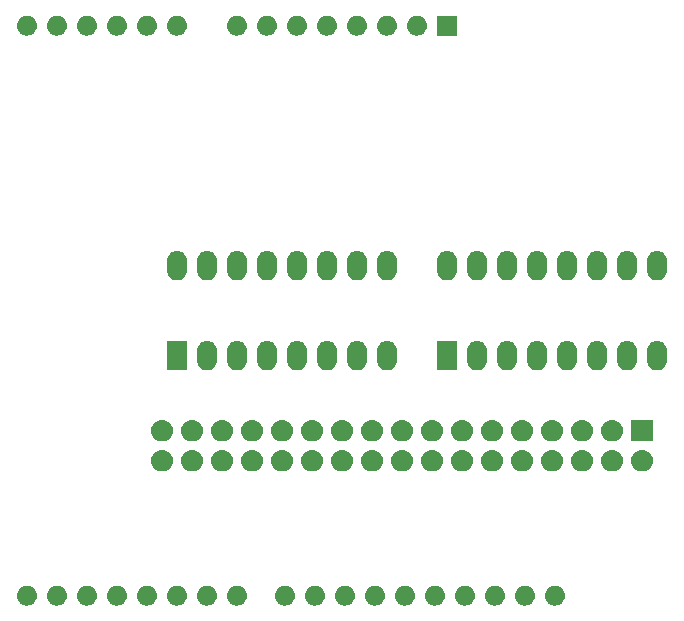
<source format=gts>
G04 #@! TF.GenerationSoftware,KiCad,Pcbnew,(5.1.2)-1*
G04 #@! TF.CreationDate,2019-06-24T20:38:36+09:30*
G04 #@! TF.ProjectId,EEPROM_Programmer,45455052-4f4d-45f5-9072-6f6772616d6d,rev?*
G04 #@! TF.SameCoordinates,Original*
G04 #@! TF.FileFunction,Soldermask,Top*
G04 #@! TF.FilePolarity,Negative*
%FSLAX45Y45*%
G04 Gerber Fmt 4.5, Leading zero omitted, Abs format (unit mm)*
G04 Created by KiCad (PCBNEW (5.1.2)-1) date 2019-06-24 20:38:36*
%MOMM*%
%LPD*%
G04 APERTURE LIST*
%ADD10C,0.100000*%
G04 APERTURE END LIST*
D10*
G36*
X18202682Y-9441131D02*
G01*
X18218724Y-9445998D01*
X18231991Y-9453089D01*
X18233508Y-9453900D01*
X18246466Y-9464534D01*
X18257100Y-9477492D01*
X18257101Y-9477492D01*
X18265002Y-9492276D01*
X18269869Y-9508318D01*
X18271512Y-9525000D01*
X18269869Y-9541682D01*
X18265002Y-9557724D01*
X18257911Y-9570991D01*
X18257100Y-9572508D01*
X18246466Y-9585466D01*
X18233508Y-9596100D01*
X18233508Y-9596101D01*
X18218724Y-9604002D01*
X18202682Y-9608869D01*
X18190180Y-9610100D01*
X18181820Y-9610100D01*
X18169318Y-9608869D01*
X18153276Y-9604002D01*
X18138492Y-9596101D01*
X18138492Y-9596100D01*
X18125534Y-9585466D01*
X18114900Y-9572508D01*
X18114089Y-9570991D01*
X18106998Y-9557724D01*
X18102131Y-9541682D01*
X18100488Y-9525000D01*
X18102131Y-9508318D01*
X18106998Y-9492276D01*
X18114900Y-9477492D01*
X18114900Y-9477492D01*
X18125534Y-9464534D01*
X18138492Y-9453900D01*
X18140009Y-9453089D01*
X18153276Y-9445998D01*
X18169318Y-9441131D01*
X18181820Y-9439900D01*
X18190180Y-9439900D01*
X18202682Y-9441131D01*
X18202682Y-9441131D01*
G37*
G36*
X16424682Y-9441131D02*
G01*
X16440724Y-9445998D01*
X16453991Y-9453089D01*
X16455508Y-9453900D01*
X16468466Y-9464534D01*
X16479100Y-9477492D01*
X16479100Y-9477492D01*
X16487002Y-9492276D01*
X16491869Y-9508318D01*
X16493512Y-9525000D01*
X16491869Y-9541682D01*
X16487002Y-9557724D01*
X16479911Y-9570991D01*
X16479100Y-9572508D01*
X16468466Y-9585466D01*
X16455508Y-9596100D01*
X16455508Y-9596101D01*
X16440724Y-9604002D01*
X16424682Y-9608869D01*
X16412180Y-9610100D01*
X16403820Y-9610100D01*
X16391318Y-9608869D01*
X16375276Y-9604002D01*
X16360492Y-9596101D01*
X16360492Y-9596100D01*
X16347534Y-9585466D01*
X16336900Y-9572508D01*
X16336089Y-9570991D01*
X16328998Y-9557724D01*
X16324131Y-9541682D01*
X16322488Y-9525000D01*
X16324131Y-9508318D01*
X16328998Y-9492276D01*
X16336899Y-9477492D01*
X16336900Y-9477492D01*
X16347534Y-9464534D01*
X16360492Y-9453900D01*
X16362009Y-9453089D01*
X16375276Y-9445998D01*
X16391318Y-9441131D01*
X16403820Y-9439900D01*
X16412180Y-9439900D01*
X16424682Y-9441131D01*
X16424682Y-9441131D01*
G37*
G36*
X13986682Y-9441131D02*
G01*
X14002724Y-9445998D01*
X14015991Y-9453089D01*
X14017508Y-9453900D01*
X14030466Y-9464534D01*
X14041100Y-9477492D01*
X14041100Y-9477492D01*
X14049002Y-9492276D01*
X14053869Y-9508318D01*
X14055512Y-9525000D01*
X14053869Y-9541682D01*
X14049002Y-9557724D01*
X14041911Y-9570991D01*
X14041100Y-9572508D01*
X14030466Y-9585466D01*
X14017508Y-9596100D01*
X14017508Y-9596101D01*
X14002724Y-9604002D01*
X13986682Y-9608869D01*
X13974180Y-9610100D01*
X13965820Y-9610100D01*
X13953318Y-9608869D01*
X13937276Y-9604002D01*
X13922492Y-9596101D01*
X13922492Y-9596100D01*
X13909534Y-9585466D01*
X13898900Y-9572508D01*
X13898089Y-9570991D01*
X13890998Y-9557724D01*
X13886131Y-9541682D01*
X13884488Y-9525000D01*
X13886131Y-9508318D01*
X13890998Y-9492276D01*
X13898899Y-9477492D01*
X13898900Y-9477492D01*
X13909534Y-9464534D01*
X13922492Y-9453900D01*
X13924009Y-9453089D01*
X13937276Y-9445998D01*
X13953318Y-9441131D01*
X13965820Y-9439900D01*
X13974180Y-9439900D01*
X13986682Y-9441131D01*
X13986682Y-9441131D01*
G37*
G36*
X13732682Y-9441131D02*
G01*
X13748724Y-9445998D01*
X13761991Y-9453089D01*
X13763508Y-9453900D01*
X13776466Y-9464534D01*
X13787100Y-9477492D01*
X13787100Y-9477492D01*
X13795002Y-9492276D01*
X13799869Y-9508318D01*
X13801512Y-9525000D01*
X13799869Y-9541682D01*
X13795002Y-9557724D01*
X13787911Y-9570991D01*
X13787100Y-9572508D01*
X13776466Y-9585466D01*
X13763508Y-9596100D01*
X13763508Y-9596101D01*
X13748724Y-9604002D01*
X13732682Y-9608869D01*
X13720180Y-9610100D01*
X13711820Y-9610100D01*
X13699318Y-9608869D01*
X13683276Y-9604002D01*
X13668492Y-9596101D01*
X13668492Y-9596100D01*
X13655534Y-9585466D01*
X13644900Y-9572508D01*
X13644089Y-9570991D01*
X13636998Y-9557724D01*
X13632131Y-9541682D01*
X13630488Y-9525000D01*
X13632131Y-9508318D01*
X13636998Y-9492276D01*
X13644899Y-9477492D01*
X13644900Y-9477492D01*
X13655534Y-9464534D01*
X13668492Y-9453900D01*
X13670009Y-9453089D01*
X13683276Y-9445998D01*
X13699318Y-9441131D01*
X13711820Y-9439900D01*
X13720180Y-9439900D01*
X13732682Y-9441131D01*
X13732682Y-9441131D01*
G37*
G36*
X17694682Y-9441131D02*
G01*
X17710724Y-9445998D01*
X17723991Y-9453089D01*
X17725508Y-9453900D01*
X17738466Y-9464534D01*
X17749100Y-9477492D01*
X17749101Y-9477492D01*
X17757002Y-9492276D01*
X17761869Y-9508318D01*
X17763512Y-9525000D01*
X17761869Y-9541682D01*
X17757002Y-9557724D01*
X17749911Y-9570991D01*
X17749100Y-9572508D01*
X17738466Y-9585466D01*
X17725508Y-9596100D01*
X17725508Y-9596101D01*
X17710724Y-9604002D01*
X17694682Y-9608869D01*
X17682180Y-9610100D01*
X17673820Y-9610100D01*
X17661318Y-9608869D01*
X17645276Y-9604002D01*
X17630492Y-9596101D01*
X17630492Y-9596100D01*
X17617534Y-9585466D01*
X17606900Y-9572508D01*
X17606089Y-9570991D01*
X17598998Y-9557724D01*
X17594131Y-9541682D01*
X17592488Y-9525000D01*
X17594131Y-9508318D01*
X17598998Y-9492276D01*
X17606900Y-9477492D01*
X17606900Y-9477492D01*
X17617534Y-9464534D01*
X17630492Y-9453900D01*
X17632009Y-9453089D01*
X17645276Y-9445998D01*
X17661318Y-9441131D01*
X17673820Y-9439900D01*
X17682180Y-9439900D01*
X17694682Y-9441131D01*
X17694682Y-9441131D01*
G37*
G36*
X17440682Y-9441131D02*
G01*
X17456724Y-9445998D01*
X17469991Y-9453089D01*
X17471508Y-9453900D01*
X17484466Y-9464534D01*
X17495100Y-9477492D01*
X17495101Y-9477492D01*
X17503002Y-9492276D01*
X17507869Y-9508318D01*
X17509512Y-9525000D01*
X17507869Y-9541682D01*
X17503002Y-9557724D01*
X17495911Y-9570991D01*
X17495100Y-9572508D01*
X17484466Y-9585466D01*
X17471508Y-9596100D01*
X17471508Y-9596101D01*
X17456724Y-9604002D01*
X17440682Y-9608869D01*
X17428180Y-9610100D01*
X17419820Y-9610100D01*
X17407318Y-9608869D01*
X17391276Y-9604002D01*
X17376492Y-9596101D01*
X17376492Y-9596100D01*
X17363534Y-9585466D01*
X17352900Y-9572508D01*
X17352089Y-9570991D01*
X17344998Y-9557724D01*
X17340131Y-9541682D01*
X17338488Y-9525000D01*
X17340131Y-9508318D01*
X17344998Y-9492276D01*
X17352900Y-9477492D01*
X17352900Y-9477492D01*
X17363534Y-9464534D01*
X17376492Y-9453900D01*
X17378009Y-9453089D01*
X17391276Y-9445998D01*
X17407318Y-9441131D01*
X17419820Y-9439900D01*
X17428180Y-9439900D01*
X17440682Y-9441131D01*
X17440682Y-9441131D01*
G37*
G36*
X17186682Y-9441131D02*
G01*
X17202724Y-9445998D01*
X17215991Y-9453089D01*
X17217508Y-9453900D01*
X17230466Y-9464534D01*
X17241100Y-9477492D01*
X17241101Y-9477492D01*
X17249002Y-9492276D01*
X17253869Y-9508318D01*
X17255512Y-9525000D01*
X17253869Y-9541682D01*
X17249002Y-9557724D01*
X17241911Y-9570991D01*
X17241100Y-9572508D01*
X17230466Y-9585466D01*
X17217508Y-9596100D01*
X17217508Y-9596101D01*
X17202724Y-9604002D01*
X17186682Y-9608869D01*
X17174180Y-9610100D01*
X17165820Y-9610100D01*
X17153318Y-9608869D01*
X17137276Y-9604002D01*
X17122492Y-9596101D01*
X17122492Y-9596100D01*
X17109534Y-9585466D01*
X17098900Y-9572508D01*
X17098089Y-9570991D01*
X17090998Y-9557724D01*
X17086131Y-9541682D01*
X17084488Y-9525000D01*
X17086131Y-9508318D01*
X17090998Y-9492276D01*
X17098900Y-9477492D01*
X17098900Y-9477492D01*
X17109534Y-9464534D01*
X17122492Y-9453900D01*
X17124009Y-9453089D01*
X17137276Y-9445998D01*
X17153318Y-9441131D01*
X17165820Y-9439900D01*
X17174180Y-9439900D01*
X17186682Y-9441131D01*
X17186682Y-9441131D01*
G37*
G36*
X16932682Y-9441131D02*
G01*
X16948724Y-9445998D01*
X16961991Y-9453089D01*
X16963508Y-9453900D01*
X16976466Y-9464534D01*
X16987100Y-9477492D01*
X16987101Y-9477492D01*
X16995002Y-9492276D01*
X16999869Y-9508318D01*
X17001512Y-9525000D01*
X16999869Y-9541682D01*
X16995002Y-9557724D01*
X16987911Y-9570991D01*
X16987100Y-9572508D01*
X16976466Y-9585466D01*
X16963508Y-9596100D01*
X16963508Y-9596101D01*
X16948724Y-9604002D01*
X16932682Y-9608869D01*
X16920180Y-9610100D01*
X16911820Y-9610100D01*
X16899318Y-9608869D01*
X16883276Y-9604002D01*
X16868492Y-9596101D01*
X16868492Y-9596100D01*
X16855534Y-9585466D01*
X16844900Y-9572508D01*
X16844089Y-9570991D01*
X16836998Y-9557724D01*
X16832131Y-9541682D01*
X16830488Y-9525000D01*
X16832131Y-9508318D01*
X16836998Y-9492276D01*
X16844900Y-9477492D01*
X16844900Y-9477492D01*
X16855534Y-9464534D01*
X16868492Y-9453900D01*
X16870009Y-9453089D01*
X16883276Y-9445998D01*
X16899318Y-9441131D01*
X16911820Y-9439900D01*
X16920180Y-9439900D01*
X16932682Y-9441131D01*
X16932682Y-9441131D01*
G37*
G36*
X16678682Y-9441131D02*
G01*
X16694724Y-9445998D01*
X16707991Y-9453089D01*
X16709508Y-9453900D01*
X16722466Y-9464534D01*
X16733100Y-9477492D01*
X16733100Y-9477492D01*
X16741002Y-9492276D01*
X16745869Y-9508318D01*
X16747512Y-9525000D01*
X16745869Y-9541682D01*
X16741002Y-9557724D01*
X16733911Y-9570991D01*
X16733100Y-9572508D01*
X16722466Y-9585466D01*
X16709508Y-9596100D01*
X16709508Y-9596101D01*
X16694724Y-9604002D01*
X16678682Y-9608869D01*
X16666180Y-9610100D01*
X16657820Y-9610100D01*
X16645318Y-9608869D01*
X16629276Y-9604002D01*
X16614492Y-9596101D01*
X16614492Y-9596100D01*
X16601534Y-9585466D01*
X16590900Y-9572508D01*
X16590089Y-9570991D01*
X16582998Y-9557724D01*
X16578131Y-9541682D01*
X16576488Y-9525000D01*
X16578131Y-9508318D01*
X16582998Y-9492276D01*
X16590899Y-9477492D01*
X16590900Y-9477492D01*
X16601534Y-9464534D01*
X16614492Y-9453900D01*
X16616009Y-9453089D01*
X16629276Y-9445998D01*
X16645318Y-9441131D01*
X16657820Y-9439900D01*
X16666180Y-9439900D01*
X16678682Y-9441131D01*
X16678682Y-9441131D01*
G37*
G36*
X15916682Y-9441131D02*
G01*
X15932724Y-9445998D01*
X15945991Y-9453089D01*
X15947508Y-9453900D01*
X15960466Y-9464534D01*
X15971100Y-9477492D01*
X15971100Y-9477492D01*
X15979002Y-9492276D01*
X15983869Y-9508318D01*
X15985512Y-9525000D01*
X15983869Y-9541682D01*
X15979002Y-9557724D01*
X15971911Y-9570991D01*
X15971100Y-9572508D01*
X15960466Y-9585466D01*
X15947508Y-9596100D01*
X15947508Y-9596101D01*
X15932724Y-9604002D01*
X15916682Y-9608869D01*
X15904180Y-9610100D01*
X15895820Y-9610100D01*
X15883318Y-9608869D01*
X15867276Y-9604002D01*
X15852492Y-9596101D01*
X15852492Y-9596100D01*
X15839534Y-9585466D01*
X15828900Y-9572508D01*
X15828089Y-9570991D01*
X15820998Y-9557724D01*
X15816131Y-9541682D01*
X15814488Y-9525000D01*
X15816131Y-9508318D01*
X15820998Y-9492276D01*
X15828899Y-9477492D01*
X15828900Y-9477492D01*
X15839534Y-9464534D01*
X15852492Y-9453900D01*
X15854009Y-9453089D01*
X15867276Y-9445998D01*
X15883318Y-9441131D01*
X15895820Y-9439900D01*
X15904180Y-9439900D01*
X15916682Y-9441131D01*
X15916682Y-9441131D01*
G37*
G36*
X15510682Y-9441131D02*
G01*
X15526724Y-9445998D01*
X15539991Y-9453089D01*
X15541508Y-9453900D01*
X15554466Y-9464534D01*
X15565100Y-9477492D01*
X15565100Y-9477492D01*
X15573002Y-9492276D01*
X15577869Y-9508318D01*
X15579512Y-9525000D01*
X15577869Y-9541682D01*
X15573002Y-9557724D01*
X15565911Y-9570991D01*
X15565100Y-9572508D01*
X15554466Y-9585466D01*
X15541508Y-9596100D01*
X15541508Y-9596101D01*
X15526724Y-9604002D01*
X15510682Y-9608869D01*
X15498180Y-9610100D01*
X15489820Y-9610100D01*
X15477318Y-9608869D01*
X15461276Y-9604002D01*
X15446492Y-9596101D01*
X15446492Y-9596100D01*
X15433534Y-9585466D01*
X15422900Y-9572508D01*
X15422089Y-9570991D01*
X15414998Y-9557724D01*
X15410131Y-9541682D01*
X15408488Y-9525000D01*
X15410131Y-9508318D01*
X15414998Y-9492276D01*
X15422899Y-9477492D01*
X15422900Y-9477492D01*
X15433534Y-9464534D01*
X15446492Y-9453900D01*
X15448009Y-9453089D01*
X15461276Y-9445998D01*
X15477318Y-9441131D01*
X15489820Y-9439900D01*
X15498180Y-9439900D01*
X15510682Y-9441131D01*
X15510682Y-9441131D01*
G37*
G36*
X15256682Y-9441131D02*
G01*
X15272724Y-9445998D01*
X15285991Y-9453089D01*
X15287508Y-9453900D01*
X15300466Y-9464534D01*
X15311100Y-9477492D01*
X15311100Y-9477492D01*
X15319002Y-9492276D01*
X15323869Y-9508318D01*
X15325512Y-9525000D01*
X15323869Y-9541682D01*
X15319002Y-9557724D01*
X15311911Y-9570991D01*
X15311100Y-9572508D01*
X15300466Y-9585466D01*
X15287508Y-9596100D01*
X15287508Y-9596101D01*
X15272724Y-9604002D01*
X15256682Y-9608869D01*
X15244180Y-9610100D01*
X15235820Y-9610100D01*
X15223318Y-9608869D01*
X15207276Y-9604002D01*
X15192492Y-9596101D01*
X15192492Y-9596100D01*
X15179534Y-9585466D01*
X15168900Y-9572508D01*
X15168089Y-9570991D01*
X15160998Y-9557724D01*
X15156131Y-9541682D01*
X15154488Y-9525000D01*
X15156131Y-9508318D01*
X15160998Y-9492276D01*
X15168899Y-9477492D01*
X15168900Y-9477492D01*
X15179534Y-9464534D01*
X15192492Y-9453900D01*
X15194009Y-9453089D01*
X15207276Y-9445998D01*
X15223318Y-9441131D01*
X15235820Y-9439900D01*
X15244180Y-9439900D01*
X15256682Y-9441131D01*
X15256682Y-9441131D01*
G37*
G36*
X15002682Y-9441131D02*
G01*
X15018724Y-9445998D01*
X15031991Y-9453089D01*
X15033508Y-9453900D01*
X15046466Y-9464534D01*
X15057100Y-9477492D01*
X15057100Y-9477492D01*
X15065002Y-9492276D01*
X15069869Y-9508318D01*
X15071512Y-9525000D01*
X15069869Y-9541682D01*
X15065002Y-9557724D01*
X15057911Y-9570991D01*
X15057100Y-9572508D01*
X15046466Y-9585466D01*
X15033508Y-9596100D01*
X15033508Y-9596101D01*
X15018724Y-9604002D01*
X15002682Y-9608869D01*
X14990180Y-9610100D01*
X14981820Y-9610100D01*
X14969318Y-9608869D01*
X14953276Y-9604002D01*
X14938492Y-9596101D01*
X14938492Y-9596100D01*
X14925534Y-9585466D01*
X14914900Y-9572508D01*
X14914089Y-9570991D01*
X14906998Y-9557724D01*
X14902131Y-9541682D01*
X14900488Y-9525000D01*
X14902131Y-9508318D01*
X14906998Y-9492276D01*
X14914899Y-9477492D01*
X14914900Y-9477492D01*
X14925534Y-9464534D01*
X14938492Y-9453900D01*
X14940009Y-9453089D01*
X14953276Y-9445998D01*
X14969318Y-9441131D01*
X14981820Y-9439900D01*
X14990180Y-9439900D01*
X15002682Y-9441131D01*
X15002682Y-9441131D01*
G37*
G36*
X14748682Y-9441131D02*
G01*
X14764724Y-9445998D01*
X14777991Y-9453089D01*
X14779508Y-9453900D01*
X14792466Y-9464534D01*
X14803100Y-9477492D01*
X14803100Y-9477492D01*
X14811002Y-9492276D01*
X14815869Y-9508318D01*
X14817512Y-9525000D01*
X14815869Y-9541682D01*
X14811002Y-9557724D01*
X14803911Y-9570991D01*
X14803100Y-9572508D01*
X14792466Y-9585466D01*
X14779508Y-9596100D01*
X14779508Y-9596101D01*
X14764724Y-9604002D01*
X14748682Y-9608869D01*
X14736180Y-9610100D01*
X14727820Y-9610100D01*
X14715318Y-9608869D01*
X14699276Y-9604002D01*
X14684492Y-9596101D01*
X14684492Y-9596100D01*
X14671534Y-9585466D01*
X14660900Y-9572508D01*
X14660089Y-9570991D01*
X14652998Y-9557724D01*
X14648131Y-9541682D01*
X14646488Y-9525000D01*
X14648131Y-9508318D01*
X14652998Y-9492276D01*
X14660899Y-9477492D01*
X14660900Y-9477492D01*
X14671534Y-9464534D01*
X14684492Y-9453900D01*
X14686009Y-9453089D01*
X14699276Y-9445998D01*
X14715318Y-9441131D01*
X14727820Y-9439900D01*
X14736180Y-9439900D01*
X14748682Y-9441131D01*
X14748682Y-9441131D01*
G37*
G36*
X14494682Y-9441131D02*
G01*
X14510724Y-9445998D01*
X14523991Y-9453089D01*
X14525508Y-9453900D01*
X14538466Y-9464534D01*
X14549100Y-9477492D01*
X14549100Y-9477492D01*
X14557002Y-9492276D01*
X14561869Y-9508318D01*
X14563512Y-9525000D01*
X14561869Y-9541682D01*
X14557002Y-9557724D01*
X14549911Y-9570991D01*
X14549100Y-9572508D01*
X14538466Y-9585466D01*
X14525508Y-9596100D01*
X14525508Y-9596101D01*
X14510724Y-9604002D01*
X14494682Y-9608869D01*
X14482180Y-9610100D01*
X14473820Y-9610100D01*
X14461318Y-9608869D01*
X14445276Y-9604002D01*
X14430492Y-9596101D01*
X14430492Y-9596100D01*
X14417534Y-9585466D01*
X14406900Y-9572508D01*
X14406089Y-9570991D01*
X14398998Y-9557724D01*
X14394131Y-9541682D01*
X14392488Y-9525000D01*
X14394131Y-9508318D01*
X14398998Y-9492276D01*
X14406899Y-9477492D01*
X14406900Y-9477492D01*
X14417534Y-9464534D01*
X14430492Y-9453900D01*
X14432009Y-9453089D01*
X14445276Y-9445998D01*
X14461318Y-9441131D01*
X14473820Y-9439900D01*
X14482180Y-9439900D01*
X14494682Y-9441131D01*
X14494682Y-9441131D01*
G37*
G36*
X14240682Y-9441131D02*
G01*
X14256724Y-9445998D01*
X14269991Y-9453089D01*
X14271508Y-9453900D01*
X14284466Y-9464534D01*
X14295100Y-9477492D01*
X14295100Y-9477492D01*
X14303002Y-9492276D01*
X14307869Y-9508318D01*
X14309512Y-9525000D01*
X14307869Y-9541682D01*
X14303002Y-9557724D01*
X14295911Y-9570991D01*
X14295100Y-9572508D01*
X14284466Y-9585466D01*
X14271508Y-9596100D01*
X14271508Y-9596101D01*
X14256724Y-9604002D01*
X14240682Y-9608869D01*
X14228180Y-9610100D01*
X14219820Y-9610100D01*
X14207318Y-9608869D01*
X14191276Y-9604002D01*
X14176492Y-9596101D01*
X14176492Y-9596100D01*
X14163534Y-9585466D01*
X14152900Y-9572508D01*
X14152089Y-9570991D01*
X14144998Y-9557724D01*
X14140131Y-9541682D01*
X14138488Y-9525000D01*
X14140131Y-9508318D01*
X14144998Y-9492276D01*
X14152899Y-9477492D01*
X14152900Y-9477492D01*
X14163534Y-9464534D01*
X14176492Y-9453900D01*
X14178009Y-9453089D01*
X14191276Y-9445998D01*
X14207318Y-9441131D01*
X14219820Y-9439900D01*
X14228180Y-9439900D01*
X14240682Y-9441131D01*
X14240682Y-9441131D01*
G37*
G36*
X17948682Y-9441131D02*
G01*
X17964724Y-9445998D01*
X17977991Y-9453089D01*
X17979508Y-9453900D01*
X17992466Y-9464534D01*
X18003100Y-9477492D01*
X18003101Y-9477492D01*
X18011002Y-9492276D01*
X18015869Y-9508318D01*
X18017512Y-9525000D01*
X18015869Y-9541682D01*
X18011002Y-9557724D01*
X18003911Y-9570991D01*
X18003100Y-9572508D01*
X17992466Y-9585466D01*
X17979508Y-9596100D01*
X17979508Y-9596101D01*
X17964724Y-9604002D01*
X17948682Y-9608869D01*
X17936180Y-9610100D01*
X17927820Y-9610100D01*
X17915318Y-9608869D01*
X17899276Y-9604002D01*
X17884492Y-9596101D01*
X17884492Y-9596100D01*
X17871534Y-9585466D01*
X17860900Y-9572508D01*
X17860089Y-9570991D01*
X17852998Y-9557724D01*
X17848131Y-9541682D01*
X17846488Y-9525000D01*
X17848131Y-9508318D01*
X17852998Y-9492276D01*
X17860900Y-9477492D01*
X17860900Y-9477492D01*
X17871534Y-9464534D01*
X17884492Y-9453900D01*
X17886009Y-9453089D01*
X17899276Y-9445998D01*
X17915318Y-9441131D01*
X17927820Y-9439900D01*
X17936180Y-9439900D01*
X17948682Y-9441131D01*
X17948682Y-9441131D01*
G37*
G36*
X16170682Y-9441131D02*
G01*
X16186724Y-9445998D01*
X16199991Y-9453089D01*
X16201508Y-9453900D01*
X16214466Y-9464534D01*
X16225100Y-9477492D01*
X16225100Y-9477492D01*
X16233002Y-9492276D01*
X16237869Y-9508318D01*
X16239512Y-9525000D01*
X16237869Y-9541682D01*
X16233002Y-9557724D01*
X16225911Y-9570991D01*
X16225100Y-9572508D01*
X16214466Y-9585466D01*
X16201508Y-9596100D01*
X16201508Y-9596101D01*
X16186724Y-9604002D01*
X16170682Y-9608869D01*
X16158180Y-9610100D01*
X16149820Y-9610100D01*
X16137318Y-9608869D01*
X16121276Y-9604002D01*
X16106492Y-9596101D01*
X16106492Y-9596100D01*
X16093534Y-9585466D01*
X16082900Y-9572508D01*
X16082089Y-9570991D01*
X16074998Y-9557724D01*
X16070131Y-9541682D01*
X16068488Y-9525000D01*
X16070131Y-9508318D01*
X16074998Y-9492276D01*
X16082899Y-9477492D01*
X16082900Y-9477492D01*
X16093534Y-9464534D01*
X16106492Y-9453900D01*
X16108009Y-9453089D01*
X16121276Y-9445998D01*
X16137318Y-9441131D01*
X16149820Y-9439900D01*
X16158180Y-9439900D01*
X16170682Y-9441131D01*
X16170682Y-9441131D01*
G37*
G36*
X15130929Y-8291863D02*
G01*
X15148169Y-8297093D01*
X15164058Y-8305586D01*
X15177985Y-8317015D01*
X15189414Y-8330942D01*
X15197907Y-8346830D01*
X15203137Y-8364071D01*
X15204902Y-8382000D01*
X15203137Y-8399929D01*
X15197907Y-8417170D01*
X15189414Y-8433058D01*
X15177985Y-8446985D01*
X15164058Y-8458414D01*
X15148169Y-8466907D01*
X15130929Y-8472137D01*
X15117493Y-8473460D01*
X15108507Y-8473460D01*
X15095071Y-8472137D01*
X15077830Y-8466907D01*
X15061942Y-8458414D01*
X15048015Y-8446985D01*
X15036586Y-8433058D01*
X15028093Y-8417170D01*
X15022863Y-8399929D01*
X15021097Y-8382000D01*
X15022863Y-8364071D01*
X15028093Y-8346830D01*
X15036586Y-8330942D01*
X15048015Y-8317015D01*
X15061942Y-8305586D01*
X15077830Y-8297093D01*
X15095071Y-8291863D01*
X15108507Y-8290540D01*
X15117493Y-8290540D01*
X15130929Y-8291863D01*
X15130929Y-8291863D01*
G37*
G36*
X16908929Y-8291863D02*
G01*
X16926170Y-8297093D01*
X16942058Y-8305586D01*
X16955985Y-8317015D01*
X16967414Y-8330942D01*
X16975907Y-8346830D01*
X16981137Y-8364071D01*
X16982903Y-8382000D01*
X16981137Y-8399929D01*
X16975907Y-8417170D01*
X16967414Y-8433058D01*
X16955985Y-8446985D01*
X16942058Y-8458414D01*
X16926170Y-8466907D01*
X16908929Y-8472137D01*
X16895493Y-8473460D01*
X16886507Y-8473460D01*
X16873071Y-8472137D01*
X16855831Y-8466907D01*
X16839942Y-8458414D01*
X16826015Y-8446985D01*
X16814586Y-8433058D01*
X16806093Y-8417170D01*
X16800863Y-8399929D01*
X16799098Y-8382000D01*
X16800863Y-8364071D01*
X16806093Y-8346830D01*
X16814586Y-8330942D01*
X16826015Y-8317015D01*
X16839942Y-8305586D01*
X16855831Y-8297093D01*
X16873071Y-8291863D01*
X16886507Y-8290540D01*
X16895493Y-8290540D01*
X16908929Y-8291863D01*
X16908929Y-8291863D01*
G37*
G36*
X16654929Y-8291863D02*
G01*
X16672169Y-8297093D01*
X16688058Y-8305586D01*
X16701985Y-8317015D01*
X16713414Y-8330942D01*
X16721907Y-8346830D01*
X16727137Y-8364071D01*
X16728902Y-8382000D01*
X16727137Y-8399929D01*
X16721907Y-8417170D01*
X16713414Y-8433058D01*
X16701985Y-8446985D01*
X16688058Y-8458414D01*
X16672169Y-8466907D01*
X16654929Y-8472137D01*
X16641493Y-8473460D01*
X16632507Y-8473460D01*
X16619071Y-8472137D01*
X16601830Y-8466907D01*
X16585942Y-8458414D01*
X16572015Y-8446985D01*
X16560586Y-8433058D01*
X16552093Y-8417170D01*
X16546863Y-8399929D01*
X16545097Y-8382000D01*
X16546863Y-8364071D01*
X16552093Y-8346830D01*
X16560586Y-8330942D01*
X16572015Y-8317015D01*
X16585942Y-8305586D01*
X16601830Y-8297093D01*
X16619071Y-8291863D01*
X16632507Y-8290540D01*
X16641493Y-8290540D01*
X16654929Y-8291863D01*
X16654929Y-8291863D01*
G37*
G36*
X16400929Y-8291863D02*
G01*
X16418169Y-8297093D01*
X16434058Y-8305586D01*
X16447985Y-8317015D01*
X16459414Y-8330942D01*
X16467907Y-8346830D01*
X16473137Y-8364071D01*
X16474902Y-8382000D01*
X16473137Y-8399929D01*
X16467907Y-8417170D01*
X16459414Y-8433058D01*
X16447985Y-8446985D01*
X16434058Y-8458414D01*
X16418169Y-8466907D01*
X16400929Y-8472137D01*
X16387493Y-8473460D01*
X16378507Y-8473460D01*
X16365071Y-8472137D01*
X16347830Y-8466907D01*
X16331942Y-8458414D01*
X16318015Y-8446985D01*
X16306586Y-8433058D01*
X16298093Y-8417170D01*
X16292863Y-8399929D01*
X16291097Y-8382000D01*
X16292863Y-8364071D01*
X16298093Y-8346830D01*
X16306586Y-8330942D01*
X16318015Y-8317015D01*
X16331942Y-8305586D01*
X16347830Y-8297093D01*
X16365071Y-8291863D01*
X16378507Y-8290540D01*
X16387493Y-8290540D01*
X16400929Y-8291863D01*
X16400929Y-8291863D01*
G37*
G36*
X16146929Y-8291863D02*
G01*
X16164169Y-8297093D01*
X16180058Y-8305586D01*
X16193985Y-8317015D01*
X16205414Y-8330942D01*
X16213907Y-8346830D01*
X16219137Y-8364071D01*
X16220902Y-8382000D01*
X16219137Y-8399929D01*
X16213907Y-8417170D01*
X16205414Y-8433058D01*
X16193985Y-8446985D01*
X16180058Y-8458414D01*
X16164169Y-8466907D01*
X16146929Y-8472137D01*
X16133493Y-8473460D01*
X16124507Y-8473460D01*
X16111071Y-8472137D01*
X16093830Y-8466907D01*
X16077942Y-8458414D01*
X16064015Y-8446985D01*
X16052586Y-8433058D01*
X16044093Y-8417170D01*
X16038863Y-8399929D01*
X16037097Y-8382000D01*
X16038863Y-8364071D01*
X16044093Y-8346830D01*
X16052586Y-8330942D01*
X16064015Y-8317015D01*
X16077942Y-8305586D01*
X16093830Y-8297093D01*
X16111071Y-8291863D01*
X16124507Y-8290540D01*
X16133493Y-8290540D01*
X16146929Y-8291863D01*
X16146929Y-8291863D01*
G37*
G36*
X15892929Y-8291863D02*
G01*
X15910169Y-8297093D01*
X15926058Y-8305586D01*
X15939985Y-8317015D01*
X15951414Y-8330942D01*
X15959907Y-8346830D01*
X15965137Y-8364071D01*
X15966902Y-8382000D01*
X15965137Y-8399929D01*
X15959907Y-8417170D01*
X15951414Y-8433058D01*
X15939985Y-8446985D01*
X15926058Y-8458414D01*
X15910169Y-8466907D01*
X15892929Y-8472137D01*
X15879493Y-8473460D01*
X15870507Y-8473460D01*
X15857071Y-8472137D01*
X15839830Y-8466907D01*
X15823942Y-8458414D01*
X15810015Y-8446985D01*
X15798586Y-8433058D01*
X15790093Y-8417170D01*
X15784863Y-8399929D01*
X15783097Y-8382000D01*
X15784863Y-8364071D01*
X15790093Y-8346830D01*
X15798586Y-8330942D01*
X15810015Y-8317015D01*
X15823942Y-8305586D01*
X15839830Y-8297093D01*
X15857071Y-8291863D01*
X15870507Y-8290540D01*
X15879493Y-8290540D01*
X15892929Y-8291863D01*
X15892929Y-8291863D01*
G37*
G36*
X15638929Y-8291863D02*
G01*
X15656169Y-8297093D01*
X15672058Y-8305586D01*
X15685985Y-8317015D01*
X15697414Y-8330942D01*
X15705907Y-8346830D01*
X15711137Y-8364071D01*
X15712902Y-8382000D01*
X15711137Y-8399929D01*
X15705907Y-8417170D01*
X15697414Y-8433058D01*
X15685985Y-8446985D01*
X15672058Y-8458414D01*
X15656169Y-8466907D01*
X15638929Y-8472137D01*
X15625493Y-8473460D01*
X15616507Y-8473460D01*
X15603071Y-8472137D01*
X15585830Y-8466907D01*
X15569942Y-8458414D01*
X15556015Y-8446985D01*
X15544586Y-8433058D01*
X15536093Y-8417170D01*
X15530863Y-8399929D01*
X15529097Y-8382000D01*
X15530863Y-8364071D01*
X15536093Y-8346830D01*
X15544586Y-8330942D01*
X15556015Y-8317015D01*
X15569942Y-8305586D01*
X15585830Y-8297093D01*
X15603071Y-8291863D01*
X15616507Y-8290540D01*
X15625493Y-8290540D01*
X15638929Y-8291863D01*
X15638929Y-8291863D01*
G37*
G36*
X14876929Y-8291863D02*
G01*
X14894169Y-8297093D01*
X14910058Y-8305586D01*
X14923985Y-8317015D01*
X14935414Y-8330942D01*
X14943907Y-8346830D01*
X14949137Y-8364071D01*
X14950902Y-8382000D01*
X14949137Y-8399929D01*
X14943907Y-8417170D01*
X14935414Y-8433058D01*
X14923985Y-8446985D01*
X14910058Y-8458414D01*
X14894169Y-8466907D01*
X14876929Y-8472137D01*
X14863493Y-8473460D01*
X14854507Y-8473460D01*
X14841071Y-8472137D01*
X14823830Y-8466907D01*
X14807942Y-8458414D01*
X14794015Y-8446985D01*
X14782586Y-8433058D01*
X14774093Y-8417170D01*
X14768863Y-8399929D01*
X14767097Y-8382000D01*
X14768863Y-8364071D01*
X14774093Y-8346830D01*
X14782586Y-8330942D01*
X14794015Y-8317015D01*
X14807942Y-8305586D01*
X14823830Y-8297093D01*
X14841071Y-8291863D01*
X14854507Y-8290540D01*
X14863493Y-8290540D01*
X14876929Y-8291863D01*
X14876929Y-8291863D01*
G37*
G36*
X18432929Y-8291863D02*
G01*
X18450170Y-8297093D01*
X18466058Y-8305586D01*
X18479985Y-8317015D01*
X18491414Y-8330942D01*
X18499907Y-8346830D01*
X18505137Y-8364071D01*
X18506903Y-8382000D01*
X18505137Y-8399929D01*
X18499907Y-8417170D01*
X18491414Y-8433058D01*
X18479985Y-8446985D01*
X18466058Y-8458414D01*
X18450170Y-8466907D01*
X18432929Y-8472137D01*
X18419493Y-8473460D01*
X18410507Y-8473460D01*
X18397071Y-8472137D01*
X18379831Y-8466907D01*
X18363942Y-8458414D01*
X18350015Y-8446985D01*
X18338586Y-8433058D01*
X18330093Y-8417170D01*
X18324863Y-8399929D01*
X18323098Y-8382000D01*
X18324863Y-8364071D01*
X18330093Y-8346830D01*
X18338586Y-8330942D01*
X18350015Y-8317015D01*
X18363942Y-8305586D01*
X18379831Y-8297093D01*
X18397071Y-8291863D01*
X18410507Y-8290540D01*
X18419493Y-8290540D01*
X18432929Y-8291863D01*
X18432929Y-8291863D01*
G37*
G36*
X15384929Y-8291863D02*
G01*
X15402169Y-8297093D01*
X15418058Y-8305586D01*
X15431985Y-8317015D01*
X15443414Y-8330942D01*
X15451907Y-8346830D01*
X15457137Y-8364071D01*
X15458902Y-8382000D01*
X15457137Y-8399929D01*
X15451907Y-8417170D01*
X15443414Y-8433058D01*
X15431985Y-8446985D01*
X15418058Y-8458414D01*
X15402169Y-8466907D01*
X15384929Y-8472137D01*
X15371493Y-8473460D01*
X15362507Y-8473460D01*
X15349071Y-8472137D01*
X15331830Y-8466907D01*
X15315942Y-8458414D01*
X15302015Y-8446985D01*
X15290586Y-8433058D01*
X15282093Y-8417170D01*
X15276863Y-8399929D01*
X15275097Y-8382000D01*
X15276863Y-8364071D01*
X15282093Y-8346830D01*
X15290586Y-8330942D01*
X15302015Y-8317015D01*
X15315942Y-8305586D01*
X15331830Y-8297093D01*
X15349071Y-8291863D01*
X15362507Y-8290540D01*
X15371493Y-8290540D01*
X15384929Y-8291863D01*
X15384929Y-8291863D01*
G37*
G36*
X17416929Y-8291863D02*
G01*
X17434170Y-8297093D01*
X17450058Y-8305586D01*
X17463985Y-8317015D01*
X17475414Y-8330942D01*
X17483907Y-8346830D01*
X17489137Y-8364071D01*
X17490903Y-8382000D01*
X17489137Y-8399929D01*
X17483907Y-8417170D01*
X17475414Y-8433058D01*
X17463985Y-8446985D01*
X17450058Y-8458414D01*
X17434170Y-8466907D01*
X17416929Y-8472137D01*
X17403493Y-8473460D01*
X17394507Y-8473460D01*
X17381071Y-8472137D01*
X17363831Y-8466907D01*
X17347942Y-8458414D01*
X17334015Y-8446985D01*
X17322586Y-8433058D01*
X17314093Y-8417170D01*
X17308863Y-8399929D01*
X17307098Y-8382000D01*
X17308863Y-8364071D01*
X17314093Y-8346830D01*
X17322586Y-8330942D01*
X17334015Y-8317015D01*
X17347942Y-8305586D01*
X17363831Y-8297093D01*
X17381071Y-8291863D01*
X17394507Y-8290540D01*
X17403493Y-8290540D01*
X17416929Y-8291863D01*
X17416929Y-8291863D01*
G37*
G36*
X17670929Y-8291863D02*
G01*
X17688170Y-8297093D01*
X17704058Y-8305586D01*
X17717985Y-8317015D01*
X17729414Y-8330942D01*
X17737907Y-8346830D01*
X17743137Y-8364071D01*
X17744903Y-8382000D01*
X17743137Y-8399929D01*
X17737907Y-8417170D01*
X17729414Y-8433058D01*
X17717985Y-8446985D01*
X17704058Y-8458414D01*
X17688170Y-8466907D01*
X17670929Y-8472137D01*
X17657493Y-8473460D01*
X17648507Y-8473460D01*
X17635071Y-8472137D01*
X17617831Y-8466907D01*
X17601942Y-8458414D01*
X17588015Y-8446985D01*
X17576586Y-8433058D01*
X17568093Y-8417170D01*
X17562863Y-8399929D01*
X17561098Y-8382000D01*
X17562863Y-8364071D01*
X17568093Y-8346830D01*
X17576586Y-8330942D01*
X17588015Y-8317015D01*
X17601942Y-8305586D01*
X17617831Y-8297093D01*
X17635071Y-8291863D01*
X17648507Y-8290540D01*
X17657493Y-8290540D01*
X17670929Y-8291863D01*
X17670929Y-8291863D01*
G37*
G36*
X17924929Y-8291863D02*
G01*
X17942170Y-8297093D01*
X17958058Y-8305586D01*
X17971985Y-8317015D01*
X17983414Y-8330942D01*
X17991907Y-8346830D01*
X17997137Y-8364071D01*
X17998903Y-8382000D01*
X17997137Y-8399929D01*
X17991907Y-8417170D01*
X17983414Y-8433058D01*
X17971985Y-8446985D01*
X17958058Y-8458414D01*
X17942170Y-8466907D01*
X17924929Y-8472137D01*
X17911493Y-8473460D01*
X17902507Y-8473460D01*
X17889071Y-8472137D01*
X17871831Y-8466907D01*
X17855942Y-8458414D01*
X17842015Y-8446985D01*
X17830586Y-8433058D01*
X17822093Y-8417170D01*
X17816863Y-8399929D01*
X17815098Y-8382000D01*
X17816863Y-8364071D01*
X17822093Y-8346830D01*
X17830586Y-8330942D01*
X17842015Y-8317015D01*
X17855942Y-8305586D01*
X17871831Y-8297093D01*
X17889071Y-8291863D01*
X17902507Y-8290540D01*
X17911493Y-8290540D01*
X17924929Y-8291863D01*
X17924929Y-8291863D01*
G37*
G36*
X18178929Y-8291863D02*
G01*
X18196170Y-8297093D01*
X18212058Y-8305586D01*
X18225985Y-8317015D01*
X18237414Y-8330942D01*
X18245907Y-8346830D01*
X18251137Y-8364071D01*
X18252903Y-8382000D01*
X18251137Y-8399929D01*
X18245907Y-8417170D01*
X18237414Y-8433058D01*
X18225985Y-8446985D01*
X18212058Y-8458414D01*
X18196170Y-8466907D01*
X18178929Y-8472137D01*
X18165493Y-8473460D01*
X18156507Y-8473460D01*
X18143071Y-8472137D01*
X18125831Y-8466907D01*
X18109942Y-8458414D01*
X18096015Y-8446985D01*
X18084586Y-8433058D01*
X18076093Y-8417170D01*
X18070863Y-8399929D01*
X18069098Y-8382000D01*
X18070863Y-8364071D01*
X18076093Y-8346830D01*
X18084586Y-8330942D01*
X18096015Y-8317015D01*
X18109942Y-8305586D01*
X18125831Y-8297093D01*
X18143071Y-8291863D01*
X18156507Y-8290540D01*
X18165493Y-8290540D01*
X18178929Y-8291863D01*
X18178929Y-8291863D01*
G37*
G36*
X18686929Y-8291863D02*
G01*
X18704170Y-8297093D01*
X18720058Y-8305586D01*
X18733985Y-8317015D01*
X18745414Y-8330942D01*
X18753907Y-8346830D01*
X18759137Y-8364071D01*
X18760903Y-8382000D01*
X18759137Y-8399929D01*
X18753907Y-8417170D01*
X18745414Y-8433058D01*
X18733985Y-8446985D01*
X18720058Y-8458414D01*
X18704170Y-8466907D01*
X18686929Y-8472137D01*
X18673493Y-8473460D01*
X18664507Y-8473460D01*
X18651071Y-8472137D01*
X18633831Y-8466907D01*
X18617942Y-8458414D01*
X18604015Y-8446985D01*
X18592586Y-8433058D01*
X18584093Y-8417170D01*
X18578863Y-8399929D01*
X18577098Y-8382000D01*
X18578863Y-8364071D01*
X18584093Y-8346830D01*
X18592586Y-8330942D01*
X18604015Y-8317015D01*
X18617942Y-8305586D01*
X18633831Y-8297093D01*
X18651071Y-8291863D01*
X18664507Y-8290540D01*
X18673493Y-8290540D01*
X18686929Y-8291863D01*
X18686929Y-8291863D01*
G37*
G36*
X18940929Y-8291863D02*
G01*
X18958170Y-8297093D01*
X18974058Y-8305586D01*
X18987985Y-8317015D01*
X18999414Y-8330942D01*
X19007907Y-8346830D01*
X19013137Y-8364071D01*
X19014903Y-8382000D01*
X19013137Y-8399929D01*
X19007907Y-8417170D01*
X18999414Y-8433058D01*
X18987985Y-8446985D01*
X18974058Y-8458414D01*
X18958170Y-8466907D01*
X18940929Y-8472137D01*
X18927493Y-8473460D01*
X18918507Y-8473460D01*
X18905071Y-8472137D01*
X18887831Y-8466907D01*
X18871942Y-8458414D01*
X18858015Y-8446985D01*
X18846586Y-8433058D01*
X18838093Y-8417170D01*
X18832863Y-8399929D01*
X18831098Y-8382000D01*
X18832863Y-8364071D01*
X18838093Y-8346830D01*
X18846586Y-8330942D01*
X18858015Y-8317015D01*
X18871942Y-8305586D01*
X18887831Y-8297093D01*
X18905071Y-8291863D01*
X18918507Y-8290540D01*
X18927493Y-8290540D01*
X18940929Y-8291863D01*
X18940929Y-8291863D01*
G37*
G36*
X17162929Y-8291863D02*
G01*
X17180170Y-8297093D01*
X17196058Y-8305586D01*
X17209985Y-8317015D01*
X17221414Y-8330942D01*
X17229907Y-8346830D01*
X17235137Y-8364071D01*
X17236903Y-8382000D01*
X17235137Y-8399929D01*
X17229907Y-8417170D01*
X17221414Y-8433058D01*
X17209985Y-8446985D01*
X17196058Y-8458414D01*
X17180170Y-8466907D01*
X17162929Y-8472137D01*
X17149493Y-8473460D01*
X17140507Y-8473460D01*
X17127071Y-8472137D01*
X17109831Y-8466907D01*
X17093942Y-8458414D01*
X17080015Y-8446985D01*
X17068586Y-8433058D01*
X17060093Y-8417170D01*
X17054863Y-8399929D01*
X17053098Y-8382000D01*
X17054863Y-8364071D01*
X17060093Y-8346830D01*
X17068586Y-8330942D01*
X17080015Y-8317015D01*
X17093942Y-8305586D01*
X17109831Y-8297093D01*
X17127071Y-8291863D01*
X17140507Y-8290540D01*
X17149493Y-8290540D01*
X17162929Y-8291863D01*
X17162929Y-8291863D01*
G37*
G36*
X15130929Y-8037863D02*
G01*
X15148169Y-8043093D01*
X15164058Y-8051586D01*
X15177985Y-8063015D01*
X15189414Y-8076942D01*
X15197907Y-8092830D01*
X15203137Y-8110071D01*
X15204902Y-8128000D01*
X15203137Y-8145929D01*
X15197907Y-8163169D01*
X15189414Y-8179058D01*
X15177985Y-8192985D01*
X15164058Y-8204414D01*
X15148169Y-8212907D01*
X15130929Y-8218137D01*
X15117493Y-8219460D01*
X15108507Y-8219460D01*
X15095071Y-8218137D01*
X15077830Y-8212907D01*
X15061942Y-8204414D01*
X15048015Y-8192985D01*
X15036586Y-8179058D01*
X15028093Y-8163169D01*
X15022863Y-8145929D01*
X15021097Y-8128000D01*
X15022863Y-8110071D01*
X15028093Y-8092830D01*
X15036586Y-8076942D01*
X15048015Y-8063015D01*
X15061942Y-8051586D01*
X15077830Y-8043093D01*
X15095071Y-8037863D01*
X15108507Y-8036540D01*
X15117493Y-8036540D01*
X15130929Y-8037863D01*
X15130929Y-8037863D01*
G37*
G36*
X14876929Y-8037863D02*
G01*
X14894169Y-8043093D01*
X14910058Y-8051586D01*
X14923985Y-8063015D01*
X14935414Y-8076942D01*
X14943907Y-8092830D01*
X14949137Y-8110071D01*
X14950902Y-8128000D01*
X14949137Y-8145929D01*
X14943907Y-8163169D01*
X14935414Y-8179058D01*
X14923985Y-8192985D01*
X14910058Y-8204414D01*
X14894169Y-8212907D01*
X14876929Y-8218137D01*
X14863493Y-8219460D01*
X14854507Y-8219460D01*
X14841071Y-8218137D01*
X14823830Y-8212907D01*
X14807942Y-8204414D01*
X14794015Y-8192985D01*
X14782586Y-8179058D01*
X14774093Y-8163169D01*
X14768863Y-8145929D01*
X14767097Y-8128000D01*
X14768863Y-8110071D01*
X14774093Y-8092830D01*
X14782586Y-8076942D01*
X14794015Y-8063015D01*
X14807942Y-8051586D01*
X14823830Y-8043093D01*
X14841071Y-8037863D01*
X14854507Y-8036540D01*
X14863493Y-8036540D01*
X14876929Y-8037863D01*
X14876929Y-8037863D01*
G37*
G36*
X19014460Y-8219460D02*
G01*
X18831540Y-8219460D01*
X18831540Y-8036540D01*
X19014460Y-8036540D01*
X19014460Y-8219460D01*
X19014460Y-8219460D01*
G37*
G36*
X15384929Y-8037863D02*
G01*
X15402169Y-8043093D01*
X15418058Y-8051586D01*
X15431985Y-8063015D01*
X15443414Y-8076942D01*
X15451907Y-8092830D01*
X15457137Y-8110071D01*
X15458902Y-8128000D01*
X15457137Y-8145929D01*
X15451907Y-8163169D01*
X15443414Y-8179058D01*
X15431985Y-8192985D01*
X15418058Y-8204414D01*
X15402169Y-8212907D01*
X15384929Y-8218137D01*
X15371493Y-8219460D01*
X15362507Y-8219460D01*
X15349071Y-8218137D01*
X15331830Y-8212907D01*
X15315942Y-8204414D01*
X15302015Y-8192985D01*
X15290586Y-8179058D01*
X15282093Y-8163169D01*
X15276863Y-8145929D01*
X15275097Y-8128000D01*
X15276863Y-8110071D01*
X15282093Y-8092830D01*
X15290586Y-8076942D01*
X15302015Y-8063015D01*
X15315942Y-8051586D01*
X15331830Y-8043093D01*
X15349071Y-8037863D01*
X15362507Y-8036540D01*
X15371493Y-8036540D01*
X15384929Y-8037863D01*
X15384929Y-8037863D01*
G37*
G36*
X15638929Y-8037863D02*
G01*
X15656169Y-8043093D01*
X15672058Y-8051586D01*
X15685985Y-8063015D01*
X15697414Y-8076942D01*
X15705907Y-8092830D01*
X15711137Y-8110071D01*
X15712902Y-8128000D01*
X15711137Y-8145929D01*
X15705907Y-8163169D01*
X15697414Y-8179058D01*
X15685985Y-8192985D01*
X15672058Y-8204414D01*
X15656169Y-8212907D01*
X15638929Y-8218137D01*
X15625493Y-8219460D01*
X15616507Y-8219460D01*
X15603071Y-8218137D01*
X15585830Y-8212907D01*
X15569942Y-8204414D01*
X15556015Y-8192985D01*
X15544586Y-8179058D01*
X15536093Y-8163169D01*
X15530863Y-8145929D01*
X15529097Y-8128000D01*
X15530863Y-8110071D01*
X15536093Y-8092830D01*
X15544586Y-8076942D01*
X15556015Y-8063015D01*
X15569942Y-8051586D01*
X15585830Y-8043093D01*
X15603071Y-8037863D01*
X15616507Y-8036540D01*
X15625493Y-8036540D01*
X15638929Y-8037863D01*
X15638929Y-8037863D01*
G37*
G36*
X15892929Y-8037863D02*
G01*
X15910169Y-8043093D01*
X15926058Y-8051586D01*
X15939985Y-8063015D01*
X15951414Y-8076942D01*
X15959907Y-8092830D01*
X15965137Y-8110071D01*
X15966902Y-8128000D01*
X15965137Y-8145929D01*
X15959907Y-8163169D01*
X15951414Y-8179058D01*
X15939985Y-8192985D01*
X15926058Y-8204414D01*
X15910169Y-8212907D01*
X15892929Y-8218137D01*
X15879493Y-8219460D01*
X15870507Y-8219460D01*
X15857071Y-8218137D01*
X15839830Y-8212907D01*
X15823942Y-8204414D01*
X15810015Y-8192985D01*
X15798586Y-8179058D01*
X15790093Y-8163169D01*
X15784863Y-8145929D01*
X15783097Y-8128000D01*
X15784863Y-8110071D01*
X15790093Y-8092830D01*
X15798586Y-8076942D01*
X15810015Y-8063015D01*
X15823942Y-8051586D01*
X15839830Y-8043093D01*
X15857071Y-8037863D01*
X15870507Y-8036540D01*
X15879493Y-8036540D01*
X15892929Y-8037863D01*
X15892929Y-8037863D01*
G37*
G36*
X16146929Y-8037863D02*
G01*
X16164169Y-8043093D01*
X16180058Y-8051586D01*
X16193985Y-8063015D01*
X16205414Y-8076942D01*
X16213907Y-8092830D01*
X16219137Y-8110071D01*
X16220902Y-8128000D01*
X16219137Y-8145929D01*
X16213907Y-8163169D01*
X16205414Y-8179058D01*
X16193985Y-8192985D01*
X16180058Y-8204414D01*
X16164169Y-8212907D01*
X16146929Y-8218137D01*
X16133493Y-8219460D01*
X16124507Y-8219460D01*
X16111071Y-8218137D01*
X16093830Y-8212907D01*
X16077942Y-8204414D01*
X16064015Y-8192985D01*
X16052586Y-8179058D01*
X16044093Y-8163169D01*
X16038863Y-8145929D01*
X16037097Y-8128000D01*
X16038863Y-8110071D01*
X16044093Y-8092830D01*
X16052586Y-8076942D01*
X16064015Y-8063015D01*
X16077942Y-8051586D01*
X16093830Y-8043093D01*
X16111071Y-8037863D01*
X16124507Y-8036540D01*
X16133493Y-8036540D01*
X16146929Y-8037863D01*
X16146929Y-8037863D01*
G37*
G36*
X16400929Y-8037863D02*
G01*
X16418169Y-8043093D01*
X16434058Y-8051586D01*
X16447985Y-8063015D01*
X16459414Y-8076942D01*
X16467907Y-8092830D01*
X16473137Y-8110071D01*
X16474902Y-8128000D01*
X16473137Y-8145929D01*
X16467907Y-8163169D01*
X16459414Y-8179058D01*
X16447985Y-8192985D01*
X16434058Y-8204414D01*
X16418169Y-8212907D01*
X16400929Y-8218137D01*
X16387493Y-8219460D01*
X16378507Y-8219460D01*
X16365071Y-8218137D01*
X16347830Y-8212907D01*
X16331942Y-8204414D01*
X16318015Y-8192985D01*
X16306586Y-8179058D01*
X16298093Y-8163169D01*
X16292863Y-8145929D01*
X16291097Y-8128000D01*
X16292863Y-8110071D01*
X16298093Y-8092830D01*
X16306586Y-8076942D01*
X16318015Y-8063015D01*
X16331942Y-8051586D01*
X16347830Y-8043093D01*
X16365071Y-8037863D01*
X16378507Y-8036540D01*
X16387493Y-8036540D01*
X16400929Y-8037863D01*
X16400929Y-8037863D01*
G37*
G36*
X17162929Y-8037863D02*
G01*
X17180170Y-8043093D01*
X17196058Y-8051586D01*
X17209985Y-8063015D01*
X17221414Y-8076942D01*
X17229907Y-8092830D01*
X17235137Y-8110071D01*
X17236903Y-8128000D01*
X17235137Y-8145929D01*
X17229907Y-8163169D01*
X17221414Y-8179058D01*
X17209985Y-8192985D01*
X17196058Y-8204414D01*
X17180170Y-8212907D01*
X17162929Y-8218137D01*
X17149493Y-8219460D01*
X17140507Y-8219460D01*
X17127071Y-8218137D01*
X17109831Y-8212907D01*
X17093942Y-8204414D01*
X17080015Y-8192985D01*
X17068586Y-8179058D01*
X17060093Y-8163169D01*
X17054863Y-8145929D01*
X17053098Y-8128000D01*
X17054863Y-8110071D01*
X17060093Y-8092830D01*
X17068586Y-8076942D01*
X17080015Y-8063015D01*
X17093942Y-8051586D01*
X17109831Y-8043093D01*
X17127071Y-8037863D01*
X17140507Y-8036540D01*
X17149493Y-8036540D01*
X17162929Y-8037863D01*
X17162929Y-8037863D01*
G37*
G36*
X17416929Y-8037863D02*
G01*
X17434170Y-8043093D01*
X17450058Y-8051586D01*
X17463985Y-8063015D01*
X17475414Y-8076942D01*
X17483907Y-8092830D01*
X17489137Y-8110071D01*
X17490903Y-8128000D01*
X17489137Y-8145929D01*
X17483907Y-8163169D01*
X17475414Y-8179058D01*
X17463985Y-8192985D01*
X17450058Y-8204414D01*
X17434170Y-8212907D01*
X17416929Y-8218137D01*
X17403493Y-8219460D01*
X17394507Y-8219460D01*
X17381071Y-8218137D01*
X17363831Y-8212907D01*
X17347942Y-8204414D01*
X17334015Y-8192985D01*
X17322586Y-8179058D01*
X17314093Y-8163169D01*
X17308863Y-8145929D01*
X17307098Y-8128000D01*
X17308863Y-8110071D01*
X17314093Y-8092830D01*
X17322586Y-8076942D01*
X17334015Y-8063015D01*
X17347942Y-8051586D01*
X17363831Y-8043093D01*
X17381071Y-8037863D01*
X17394507Y-8036540D01*
X17403493Y-8036540D01*
X17416929Y-8037863D01*
X17416929Y-8037863D01*
G37*
G36*
X16908929Y-8037863D02*
G01*
X16926170Y-8043093D01*
X16942058Y-8051586D01*
X16955985Y-8063015D01*
X16967414Y-8076942D01*
X16975907Y-8092830D01*
X16981137Y-8110071D01*
X16982903Y-8128000D01*
X16981137Y-8145929D01*
X16975907Y-8163169D01*
X16967414Y-8179058D01*
X16955985Y-8192985D01*
X16942058Y-8204414D01*
X16926170Y-8212907D01*
X16908929Y-8218137D01*
X16895493Y-8219460D01*
X16886507Y-8219460D01*
X16873071Y-8218137D01*
X16855831Y-8212907D01*
X16839942Y-8204414D01*
X16826015Y-8192985D01*
X16814586Y-8179058D01*
X16806093Y-8163169D01*
X16800863Y-8145929D01*
X16799098Y-8128000D01*
X16800863Y-8110071D01*
X16806093Y-8092830D01*
X16814586Y-8076942D01*
X16826015Y-8063015D01*
X16839942Y-8051586D01*
X16855831Y-8043093D01*
X16873071Y-8037863D01*
X16886507Y-8036540D01*
X16895493Y-8036540D01*
X16908929Y-8037863D01*
X16908929Y-8037863D01*
G37*
G36*
X17670929Y-8037863D02*
G01*
X17688170Y-8043093D01*
X17704058Y-8051586D01*
X17717985Y-8063015D01*
X17729414Y-8076942D01*
X17737907Y-8092830D01*
X17743137Y-8110071D01*
X17744903Y-8128000D01*
X17743137Y-8145929D01*
X17737907Y-8163169D01*
X17729414Y-8179058D01*
X17717985Y-8192985D01*
X17704058Y-8204414D01*
X17688170Y-8212907D01*
X17670929Y-8218137D01*
X17657493Y-8219460D01*
X17648507Y-8219460D01*
X17635071Y-8218137D01*
X17617831Y-8212907D01*
X17601942Y-8204414D01*
X17588015Y-8192985D01*
X17576586Y-8179058D01*
X17568093Y-8163169D01*
X17562863Y-8145929D01*
X17561098Y-8128000D01*
X17562863Y-8110071D01*
X17568093Y-8092830D01*
X17576586Y-8076942D01*
X17588015Y-8063015D01*
X17601942Y-8051586D01*
X17617831Y-8043093D01*
X17635071Y-8037863D01*
X17648507Y-8036540D01*
X17657493Y-8036540D01*
X17670929Y-8037863D01*
X17670929Y-8037863D01*
G37*
G36*
X18686929Y-8037863D02*
G01*
X18704170Y-8043093D01*
X18720058Y-8051586D01*
X18733985Y-8063015D01*
X18745414Y-8076942D01*
X18753907Y-8092830D01*
X18759137Y-8110071D01*
X18760903Y-8128000D01*
X18759137Y-8145929D01*
X18753907Y-8163169D01*
X18745414Y-8179058D01*
X18733985Y-8192985D01*
X18720058Y-8204414D01*
X18704170Y-8212907D01*
X18686929Y-8218137D01*
X18673493Y-8219460D01*
X18664507Y-8219460D01*
X18651071Y-8218137D01*
X18633831Y-8212907D01*
X18617942Y-8204414D01*
X18604015Y-8192985D01*
X18592586Y-8179058D01*
X18584093Y-8163169D01*
X18578863Y-8145929D01*
X18577098Y-8128000D01*
X18578863Y-8110071D01*
X18584093Y-8092830D01*
X18592586Y-8076942D01*
X18604015Y-8063015D01*
X18617942Y-8051586D01*
X18633831Y-8043093D01*
X18651071Y-8037863D01*
X18664507Y-8036540D01*
X18673493Y-8036540D01*
X18686929Y-8037863D01*
X18686929Y-8037863D01*
G37*
G36*
X17924929Y-8037863D02*
G01*
X17942170Y-8043093D01*
X17958058Y-8051586D01*
X17971985Y-8063015D01*
X17983414Y-8076942D01*
X17991907Y-8092830D01*
X17997137Y-8110071D01*
X17998903Y-8128000D01*
X17997137Y-8145929D01*
X17991907Y-8163169D01*
X17983414Y-8179058D01*
X17971985Y-8192985D01*
X17958058Y-8204414D01*
X17942170Y-8212907D01*
X17924929Y-8218137D01*
X17911493Y-8219460D01*
X17902507Y-8219460D01*
X17889071Y-8218137D01*
X17871831Y-8212907D01*
X17855942Y-8204414D01*
X17842015Y-8192985D01*
X17830586Y-8179058D01*
X17822093Y-8163169D01*
X17816863Y-8145929D01*
X17815098Y-8128000D01*
X17816863Y-8110071D01*
X17822093Y-8092830D01*
X17830586Y-8076942D01*
X17842015Y-8063015D01*
X17855942Y-8051586D01*
X17871831Y-8043093D01*
X17889071Y-8037863D01*
X17902507Y-8036540D01*
X17911493Y-8036540D01*
X17924929Y-8037863D01*
X17924929Y-8037863D01*
G37*
G36*
X18432929Y-8037863D02*
G01*
X18450170Y-8043093D01*
X18466058Y-8051586D01*
X18479985Y-8063015D01*
X18491414Y-8076942D01*
X18499907Y-8092830D01*
X18505137Y-8110071D01*
X18506903Y-8128000D01*
X18505137Y-8145929D01*
X18499907Y-8163169D01*
X18491414Y-8179058D01*
X18479985Y-8192985D01*
X18466058Y-8204414D01*
X18450170Y-8212907D01*
X18432929Y-8218137D01*
X18419493Y-8219460D01*
X18410507Y-8219460D01*
X18397071Y-8218137D01*
X18379831Y-8212907D01*
X18363942Y-8204414D01*
X18350015Y-8192985D01*
X18338586Y-8179058D01*
X18330093Y-8163169D01*
X18324863Y-8145929D01*
X18323098Y-8128000D01*
X18324863Y-8110071D01*
X18330093Y-8092830D01*
X18338586Y-8076942D01*
X18350015Y-8063015D01*
X18363942Y-8051586D01*
X18379831Y-8043093D01*
X18397071Y-8037863D01*
X18410507Y-8036540D01*
X18419493Y-8036540D01*
X18432929Y-8037863D01*
X18432929Y-8037863D01*
G37*
G36*
X18178929Y-8037863D02*
G01*
X18196170Y-8043093D01*
X18212058Y-8051586D01*
X18225985Y-8063015D01*
X18237414Y-8076942D01*
X18245907Y-8092830D01*
X18251137Y-8110071D01*
X18252903Y-8128000D01*
X18251137Y-8145929D01*
X18245907Y-8163169D01*
X18237414Y-8179058D01*
X18225985Y-8192985D01*
X18212058Y-8204414D01*
X18196170Y-8212907D01*
X18178929Y-8218137D01*
X18165493Y-8219460D01*
X18156507Y-8219460D01*
X18143071Y-8218137D01*
X18125831Y-8212907D01*
X18109942Y-8204414D01*
X18096015Y-8192985D01*
X18084586Y-8179058D01*
X18076093Y-8163169D01*
X18070863Y-8145929D01*
X18069098Y-8128000D01*
X18070863Y-8110071D01*
X18076093Y-8092830D01*
X18084586Y-8076942D01*
X18096015Y-8063015D01*
X18109942Y-8051586D01*
X18125831Y-8043093D01*
X18143071Y-8037863D01*
X18156507Y-8036540D01*
X18165493Y-8036540D01*
X18178929Y-8037863D01*
X18178929Y-8037863D01*
G37*
G36*
X16654929Y-8037863D02*
G01*
X16672169Y-8043093D01*
X16688058Y-8051586D01*
X16701985Y-8063015D01*
X16713414Y-8076942D01*
X16721907Y-8092830D01*
X16727137Y-8110071D01*
X16728902Y-8128000D01*
X16727137Y-8145929D01*
X16721907Y-8163169D01*
X16713414Y-8179058D01*
X16701985Y-8192985D01*
X16688058Y-8204414D01*
X16672169Y-8212907D01*
X16654929Y-8218137D01*
X16641493Y-8219460D01*
X16632507Y-8219460D01*
X16619071Y-8218137D01*
X16601830Y-8212907D01*
X16585942Y-8204414D01*
X16572015Y-8192985D01*
X16560586Y-8179058D01*
X16552093Y-8163169D01*
X16546863Y-8145929D01*
X16545097Y-8128000D01*
X16546863Y-8110071D01*
X16552093Y-8092830D01*
X16560586Y-8076942D01*
X16572015Y-8063015D01*
X16585942Y-8051586D01*
X16601830Y-8043093D01*
X16619071Y-8037863D01*
X16632507Y-8036540D01*
X16641493Y-8036540D01*
X16654929Y-8037863D01*
X16654929Y-8037863D01*
G37*
G36*
X16272682Y-7369131D02*
G01*
X16288724Y-7373998D01*
X16303508Y-7381899D01*
X16316466Y-7392534D01*
X16327100Y-7405492D01*
X16327100Y-7405492D01*
X16335002Y-7420276D01*
X16339869Y-7436318D01*
X16341100Y-7448820D01*
X16341100Y-7537180D01*
X16339869Y-7549682D01*
X16335002Y-7565724D01*
X16327911Y-7578991D01*
X16327100Y-7580508D01*
X16316466Y-7593466D01*
X16303508Y-7604100D01*
X16303508Y-7604100D01*
X16288724Y-7612002D01*
X16272682Y-7616869D01*
X16256000Y-7618512D01*
X16239318Y-7616869D01*
X16223276Y-7612002D01*
X16208492Y-7604100D01*
X16208492Y-7604100D01*
X16195534Y-7593466D01*
X16184900Y-7580508D01*
X16184089Y-7578991D01*
X16176998Y-7565724D01*
X16172131Y-7549682D01*
X16170900Y-7537180D01*
X16170900Y-7448820D01*
X16172131Y-7436318D01*
X16176998Y-7420276D01*
X16184899Y-7405492D01*
X16195534Y-7392534D01*
X16208492Y-7381900D01*
X16210009Y-7381089D01*
X16223276Y-7373998D01*
X16239318Y-7369131D01*
X16256000Y-7367488D01*
X16272682Y-7369131D01*
X16272682Y-7369131D01*
G37*
G36*
X17542682Y-7369131D02*
G01*
X17558724Y-7373998D01*
X17573508Y-7381899D01*
X17586466Y-7392534D01*
X17597100Y-7405492D01*
X17597101Y-7405492D01*
X17605002Y-7420276D01*
X17609869Y-7436318D01*
X17611100Y-7448820D01*
X17611100Y-7537180D01*
X17609869Y-7549682D01*
X17605002Y-7565724D01*
X17597911Y-7578991D01*
X17597100Y-7580508D01*
X17586466Y-7593466D01*
X17573508Y-7604100D01*
X17573508Y-7604100D01*
X17558724Y-7612002D01*
X17542682Y-7616869D01*
X17526000Y-7618512D01*
X17509318Y-7616869D01*
X17493276Y-7612002D01*
X17478493Y-7604100D01*
X17478492Y-7604100D01*
X17465534Y-7593466D01*
X17454900Y-7580508D01*
X17454089Y-7578991D01*
X17446998Y-7565724D01*
X17442131Y-7549682D01*
X17440900Y-7537180D01*
X17440900Y-7448820D01*
X17442131Y-7436318D01*
X17446998Y-7420276D01*
X17454900Y-7405492D01*
X17465534Y-7392534D01*
X17478492Y-7381900D01*
X17480009Y-7381089D01*
X17493276Y-7373998D01*
X17509318Y-7369131D01*
X17526000Y-7367488D01*
X17542682Y-7369131D01*
X17542682Y-7369131D01*
G37*
G36*
X17796682Y-7369131D02*
G01*
X17812724Y-7373998D01*
X17827508Y-7381899D01*
X17840466Y-7392534D01*
X17851100Y-7405492D01*
X17851101Y-7405492D01*
X17859002Y-7420276D01*
X17863869Y-7436318D01*
X17865100Y-7448820D01*
X17865100Y-7537180D01*
X17863869Y-7549682D01*
X17859002Y-7565724D01*
X17851911Y-7578991D01*
X17851100Y-7580508D01*
X17840466Y-7593466D01*
X17827508Y-7604100D01*
X17827508Y-7604100D01*
X17812724Y-7612002D01*
X17796682Y-7616869D01*
X17780000Y-7618512D01*
X17763318Y-7616869D01*
X17747276Y-7612002D01*
X17732493Y-7604100D01*
X17732492Y-7604100D01*
X17719534Y-7593466D01*
X17708900Y-7580508D01*
X17708089Y-7578991D01*
X17700998Y-7565724D01*
X17696131Y-7549682D01*
X17694900Y-7537180D01*
X17694900Y-7448820D01*
X17696131Y-7436318D01*
X17700998Y-7420276D01*
X17708900Y-7405492D01*
X17719534Y-7392534D01*
X17732492Y-7381900D01*
X17734009Y-7381089D01*
X17747276Y-7373998D01*
X17763318Y-7369131D01*
X17780000Y-7367488D01*
X17796682Y-7369131D01*
X17796682Y-7369131D01*
G37*
G36*
X16780682Y-7369131D02*
G01*
X16796724Y-7373998D01*
X16811508Y-7381899D01*
X16824466Y-7392534D01*
X16835100Y-7405492D01*
X16835101Y-7405492D01*
X16843002Y-7420276D01*
X16847869Y-7436318D01*
X16849100Y-7448820D01*
X16849100Y-7537180D01*
X16847869Y-7549682D01*
X16843002Y-7565724D01*
X16835911Y-7578991D01*
X16835100Y-7580508D01*
X16824466Y-7593466D01*
X16811508Y-7604100D01*
X16811508Y-7604100D01*
X16796724Y-7612002D01*
X16780682Y-7616869D01*
X16764000Y-7618512D01*
X16747318Y-7616869D01*
X16731276Y-7612002D01*
X16716492Y-7604100D01*
X16716492Y-7604100D01*
X16703534Y-7593466D01*
X16692900Y-7580508D01*
X16692089Y-7578991D01*
X16684998Y-7565724D01*
X16680131Y-7549682D01*
X16678900Y-7537180D01*
X16678900Y-7448820D01*
X16680131Y-7436318D01*
X16684998Y-7420276D01*
X16692899Y-7405492D01*
X16703534Y-7392534D01*
X16716492Y-7381900D01*
X16718009Y-7381089D01*
X16731276Y-7373998D01*
X16747318Y-7369131D01*
X16764000Y-7367488D01*
X16780682Y-7369131D01*
X16780682Y-7369131D01*
G37*
G36*
X18050682Y-7369131D02*
G01*
X18066724Y-7373998D01*
X18081508Y-7381899D01*
X18094466Y-7392534D01*
X18105100Y-7405492D01*
X18105101Y-7405492D01*
X18113002Y-7420276D01*
X18117869Y-7436318D01*
X18119100Y-7448820D01*
X18119100Y-7537180D01*
X18117869Y-7549682D01*
X18113002Y-7565724D01*
X18105911Y-7578991D01*
X18105100Y-7580508D01*
X18094466Y-7593466D01*
X18081508Y-7604100D01*
X18081508Y-7604100D01*
X18066724Y-7612002D01*
X18050682Y-7616869D01*
X18034000Y-7618512D01*
X18017318Y-7616869D01*
X18001276Y-7612002D01*
X17986493Y-7604100D01*
X17986492Y-7604100D01*
X17973534Y-7593466D01*
X17962900Y-7580508D01*
X17962089Y-7578991D01*
X17954998Y-7565724D01*
X17950131Y-7549682D01*
X17948900Y-7537180D01*
X17948900Y-7448820D01*
X17950131Y-7436318D01*
X17954998Y-7420276D01*
X17962900Y-7405492D01*
X17973534Y-7392534D01*
X17986492Y-7381900D01*
X17988009Y-7381089D01*
X18001276Y-7373998D01*
X18017318Y-7369131D01*
X18034000Y-7367488D01*
X18050682Y-7369131D01*
X18050682Y-7369131D01*
G37*
G36*
X16526682Y-7369131D02*
G01*
X16542724Y-7373998D01*
X16557508Y-7381899D01*
X16570466Y-7392534D01*
X16581100Y-7405492D01*
X16581100Y-7405492D01*
X16589002Y-7420276D01*
X16593869Y-7436318D01*
X16595100Y-7448820D01*
X16595100Y-7537180D01*
X16593869Y-7549682D01*
X16589002Y-7565724D01*
X16581911Y-7578991D01*
X16581100Y-7580508D01*
X16570466Y-7593466D01*
X16557508Y-7604100D01*
X16557508Y-7604100D01*
X16542724Y-7612002D01*
X16526682Y-7616869D01*
X16510000Y-7618512D01*
X16493318Y-7616869D01*
X16477276Y-7612002D01*
X16462492Y-7604100D01*
X16462492Y-7604100D01*
X16449534Y-7593466D01*
X16438900Y-7580508D01*
X16438089Y-7578991D01*
X16430998Y-7565724D01*
X16426131Y-7549682D01*
X16424900Y-7537180D01*
X16424900Y-7448820D01*
X16426131Y-7436318D01*
X16430998Y-7420276D01*
X16438899Y-7405492D01*
X16449534Y-7392534D01*
X16462492Y-7381900D01*
X16464009Y-7381089D01*
X16477276Y-7373998D01*
X16493318Y-7369131D01*
X16510000Y-7367488D01*
X16526682Y-7369131D01*
X16526682Y-7369131D01*
G37*
G36*
X18304682Y-7369131D02*
G01*
X18320724Y-7373998D01*
X18335508Y-7381899D01*
X18348466Y-7392534D01*
X18359100Y-7405492D01*
X18359101Y-7405492D01*
X18367002Y-7420276D01*
X18371869Y-7436318D01*
X18373100Y-7448820D01*
X18373100Y-7537180D01*
X18371869Y-7549682D01*
X18367002Y-7565724D01*
X18359911Y-7578991D01*
X18359100Y-7580508D01*
X18348466Y-7593466D01*
X18335508Y-7604100D01*
X18335508Y-7604100D01*
X18320724Y-7612002D01*
X18304682Y-7616869D01*
X18288000Y-7618512D01*
X18271318Y-7616869D01*
X18255276Y-7612002D01*
X18240493Y-7604100D01*
X18240492Y-7604100D01*
X18227534Y-7593466D01*
X18216900Y-7580508D01*
X18216089Y-7578991D01*
X18208998Y-7565724D01*
X18204131Y-7549682D01*
X18202900Y-7537180D01*
X18202900Y-7448820D01*
X18204131Y-7436318D01*
X18208998Y-7420276D01*
X18216900Y-7405492D01*
X18227534Y-7392534D01*
X18240492Y-7381900D01*
X18242009Y-7381089D01*
X18255276Y-7373998D01*
X18271318Y-7369131D01*
X18288000Y-7367488D01*
X18304682Y-7369131D01*
X18304682Y-7369131D01*
G37*
G36*
X18558682Y-7369131D02*
G01*
X18574724Y-7373998D01*
X18589508Y-7381899D01*
X18602466Y-7392534D01*
X18613100Y-7405492D01*
X18613101Y-7405492D01*
X18621002Y-7420276D01*
X18625869Y-7436318D01*
X18627100Y-7448820D01*
X18627100Y-7537180D01*
X18625869Y-7549682D01*
X18621002Y-7565724D01*
X18613911Y-7578991D01*
X18613100Y-7580508D01*
X18602466Y-7593466D01*
X18589508Y-7604100D01*
X18589508Y-7604100D01*
X18574724Y-7612002D01*
X18558682Y-7616869D01*
X18542000Y-7618512D01*
X18525318Y-7616869D01*
X18509276Y-7612002D01*
X18494493Y-7604100D01*
X18494492Y-7604100D01*
X18481534Y-7593466D01*
X18470900Y-7580508D01*
X18470089Y-7578991D01*
X18462998Y-7565724D01*
X18458131Y-7549682D01*
X18456900Y-7537180D01*
X18456900Y-7448820D01*
X18458131Y-7436318D01*
X18462998Y-7420276D01*
X18470900Y-7405492D01*
X18481534Y-7392534D01*
X18494492Y-7381900D01*
X18496009Y-7381089D01*
X18509276Y-7373998D01*
X18525318Y-7369131D01*
X18542000Y-7367488D01*
X18558682Y-7369131D01*
X18558682Y-7369131D01*
G37*
G36*
X15764682Y-7369131D02*
G01*
X15780724Y-7373998D01*
X15795508Y-7381899D01*
X15808466Y-7392534D01*
X15819100Y-7405492D01*
X15819100Y-7405492D01*
X15827002Y-7420276D01*
X15831869Y-7436318D01*
X15833100Y-7448820D01*
X15833100Y-7537180D01*
X15831869Y-7549682D01*
X15827002Y-7565724D01*
X15819911Y-7578991D01*
X15819100Y-7580508D01*
X15808466Y-7593466D01*
X15795508Y-7604100D01*
X15795508Y-7604100D01*
X15780724Y-7612002D01*
X15764682Y-7616869D01*
X15748000Y-7618512D01*
X15731318Y-7616869D01*
X15715276Y-7612002D01*
X15700492Y-7604100D01*
X15700492Y-7604100D01*
X15687534Y-7593466D01*
X15676900Y-7580508D01*
X15676089Y-7578991D01*
X15668998Y-7565724D01*
X15664131Y-7549682D01*
X15662900Y-7537180D01*
X15662900Y-7448820D01*
X15664131Y-7436318D01*
X15668998Y-7420276D01*
X15676899Y-7405492D01*
X15687534Y-7392534D01*
X15700492Y-7381900D01*
X15702009Y-7381089D01*
X15715276Y-7373998D01*
X15731318Y-7369131D01*
X15748000Y-7367488D01*
X15764682Y-7369131D01*
X15764682Y-7369131D01*
G37*
G36*
X18812682Y-7369131D02*
G01*
X18828724Y-7373998D01*
X18843508Y-7381899D01*
X18856466Y-7392534D01*
X18867100Y-7405492D01*
X18867101Y-7405492D01*
X18875002Y-7420276D01*
X18879869Y-7436318D01*
X18881100Y-7448820D01*
X18881100Y-7537180D01*
X18879869Y-7549682D01*
X18875002Y-7565724D01*
X18867911Y-7578991D01*
X18867100Y-7580508D01*
X18856466Y-7593466D01*
X18843508Y-7604100D01*
X18843508Y-7604100D01*
X18828724Y-7612002D01*
X18812682Y-7616869D01*
X18796000Y-7618512D01*
X18779318Y-7616869D01*
X18763276Y-7612002D01*
X18748493Y-7604100D01*
X18748492Y-7604100D01*
X18735534Y-7593466D01*
X18724900Y-7580508D01*
X18724089Y-7578991D01*
X18716998Y-7565724D01*
X18712131Y-7549682D01*
X18710900Y-7537180D01*
X18710900Y-7448820D01*
X18712131Y-7436318D01*
X18716998Y-7420276D01*
X18724900Y-7405492D01*
X18735534Y-7392534D01*
X18748492Y-7381900D01*
X18750009Y-7381089D01*
X18763276Y-7373998D01*
X18779318Y-7369131D01*
X18796000Y-7367488D01*
X18812682Y-7369131D01*
X18812682Y-7369131D01*
G37*
G36*
X15510682Y-7369131D02*
G01*
X15526724Y-7373998D01*
X15541508Y-7381899D01*
X15554466Y-7392534D01*
X15565100Y-7405492D01*
X15565100Y-7405492D01*
X15573002Y-7420276D01*
X15577869Y-7436318D01*
X15579100Y-7448820D01*
X15579100Y-7537180D01*
X15577869Y-7549682D01*
X15573002Y-7565724D01*
X15565911Y-7578991D01*
X15565100Y-7580508D01*
X15554466Y-7593466D01*
X15541508Y-7604100D01*
X15541508Y-7604100D01*
X15526724Y-7612002D01*
X15510682Y-7616869D01*
X15494000Y-7618512D01*
X15477318Y-7616869D01*
X15461276Y-7612002D01*
X15446492Y-7604100D01*
X15446492Y-7604100D01*
X15433534Y-7593466D01*
X15422900Y-7580508D01*
X15422089Y-7578991D01*
X15414998Y-7565724D01*
X15410131Y-7549682D01*
X15408900Y-7537180D01*
X15408900Y-7448820D01*
X15410131Y-7436318D01*
X15414998Y-7420276D01*
X15422899Y-7405492D01*
X15433534Y-7392534D01*
X15446492Y-7381900D01*
X15448009Y-7381089D01*
X15461276Y-7373998D01*
X15477318Y-7369131D01*
X15494000Y-7367488D01*
X15510682Y-7369131D01*
X15510682Y-7369131D01*
G37*
G36*
X19066682Y-7369131D02*
G01*
X19082724Y-7373998D01*
X19097508Y-7381899D01*
X19110466Y-7392534D01*
X19121100Y-7405492D01*
X19121101Y-7405492D01*
X19129002Y-7420276D01*
X19133869Y-7436318D01*
X19135100Y-7448820D01*
X19135100Y-7537180D01*
X19133869Y-7549682D01*
X19129002Y-7565724D01*
X19121911Y-7578991D01*
X19121100Y-7580508D01*
X19110466Y-7593466D01*
X19097508Y-7604100D01*
X19097508Y-7604100D01*
X19082724Y-7612002D01*
X19066682Y-7616869D01*
X19050000Y-7618512D01*
X19033318Y-7616869D01*
X19017276Y-7612002D01*
X19002493Y-7604100D01*
X19002492Y-7604100D01*
X18989534Y-7593466D01*
X18978900Y-7580508D01*
X18978089Y-7578991D01*
X18970998Y-7565724D01*
X18966131Y-7549682D01*
X18964900Y-7537180D01*
X18964900Y-7448820D01*
X18966131Y-7436318D01*
X18970998Y-7420276D01*
X18978900Y-7405492D01*
X18989534Y-7392534D01*
X19002492Y-7381900D01*
X19004009Y-7381089D01*
X19017276Y-7373998D01*
X19033318Y-7369131D01*
X19050000Y-7367488D01*
X19066682Y-7369131D01*
X19066682Y-7369131D01*
G37*
G36*
X15256682Y-7369131D02*
G01*
X15272724Y-7373998D01*
X15287508Y-7381899D01*
X15300466Y-7392534D01*
X15311100Y-7405492D01*
X15311100Y-7405492D01*
X15319002Y-7420276D01*
X15323869Y-7436318D01*
X15325100Y-7448820D01*
X15325100Y-7537180D01*
X15323869Y-7549682D01*
X15319002Y-7565724D01*
X15311911Y-7578991D01*
X15311100Y-7580508D01*
X15300466Y-7593466D01*
X15287508Y-7604100D01*
X15287508Y-7604100D01*
X15272724Y-7612002D01*
X15256682Y-7616869D01*
X15240000Y-7618512D01*
X15223318Y-7616869D01*
X15207276Y-7612002D01*
X15192492Y-7604100D01*
X15192492Y-7604100D01*
X15179534Y-7593466D01*
X15168900Y-7580508D01*
X15168089Y-7578991D01*
X15160998Y-7565724D01*
X15156131Y-7549682D01*
X15154900Y-7537180D01*
X15154900Y-7448820D01*
X15156131Y-7436318D01*
X15160998Y-7420276D01*
X15168899Y-7405492D01*
X15179534Y-7392534D01*
X15192492Y-7381900D01*
X15194009Y-7381089D01*
X15207276Y-7373998D01*
X15223318Y-7369131D01*
X15240000Y-7367488D01*
X15256682Y-7369131D01*
X15256682Y-7369131D01*
G37*
G36*
X16018682Y-7369131D02*
G01*
X16034724Y-7373998D01*
X16049508Y-7381899D01*
X16062466Y-7392534D01*
X16073100Y-7405492D01*
X16073100Y-7405492D01*
X16081002Y-7420276D01*
X16085869Y-7436318D01*
X16087100Y-7448820D01*
X16087100Y-7537180D01*
X16085869Y-7549682D01*
X16081002Y-7565724D01*
X16073911Y-7578991D01*
X16073100Y-7580508D01*
X16062466Y-7593466D01*
X16049508Y-7604100D01*
X16049508Y-7604100D01*
X16034724Y-7612002D01*
X16018682Y-7616869D01*
X16002000Y-7618512D01*
X15985318Y-7616869D01*
X15969276Y-7612002D01*
X15954492Y-7604100D01*
X15954492Y-7604100D01*
X15941534Y-7593466D01*
X15930900Y-7580508D01*
X15930089Y-7578991D01*
X15922998Y-7565724D01*
X15918131Y-7549682D01*
X15916900Y-7537180D01*
X15916900Y-7448820D01*
X15918131Y-7436318D01*
X15922998Y-7420276D01*
X15930899Y-7405492D01*
X15941534Y-7392534D01*
X15954492Y-7381900D01*
X15956009Y-7381089D01*
X15969276Y-7373998D01*
X15985318Y-7369131D01*
X16002000Y-7367488D01*
X16018682Y-7369131D01*
X16018682Y-7369131D01*
G37*
G36*
X17357100Y-7618100D02*
G01*
X17186900Y-7618100D01*
X17186900Y-7367900D01*
X17357100Y-7367900D01*
X17357100Y-7618100D01*
X17357100Y-7618100D01*
G37*
G36*
X15071100Y-7618100D02*
G01*
X14900900Y-7618100D01*
X14900900Y-7367900D01*
X15071100Y-7367900D01*
X15071100Y-7618100D01*
X15071100Y-7618100D01*
G37*
G36*
X18558682Y-6607131D02*
G01*
X18574724Y-6611998D01*
X18589508Y-6619899D01*
X18602466Y-6630534D01*
X18613100Y-6643492D01*
X18613101Y-6643492D01*
X18621002Y-6658276D01*
X18625869Y-6674318D01*
X18627100Y-6686820D01*
X18627100Y-6775180D01*
X18625869Y-6787682D01*
X18621002Y-6803724D01*
X18613911Y-6816991D01*
X18613100Y-6818508D01*
X18602466Y-6831466D01*
X18589508Y-6842100D01*
X18589508Y-6842100D01*
X18574724Y-6850002D01*
X18558682Y-6854869D01*
X18542000Y-6856512D01*
X18525318Y-6854869D01*
X18509276Y-6850002D01*
X18494493Y-6842100D01*
X18494492Y-6842100D01*
X18481534Y-6831466D01*
X18470900Y-6818508D01*
X18470089Y-6816991D01*
X18462998Y-6803724D01*
X18458131Y-6787682D01*
X18456900Y-6775180D01*
X18456900Y-6686820D01*
X18458131Y-6674318D01*
X18462998Y-6658276D01*
X18470900Y-6643492D01*
X18481534Y-6630534D01*
X18494492Y-6619900D01*
X18496009Y-6619089D01*
X18509276Y-6611998D01*
X18525318Y-6607131D01*
X18542000Y-6605488D01*
X18558682Y-6607131D01*
X18558682Y-6607131D01*
G37*
G36*
X16526682Y-6607131D02*
G01*
X16542724Y-6611998D01*
X16557508Y-6619899D01*
X16570466Y-6630534D01*
X16581100Y-6643492D01*
X16581100Y-6643492D01*
X16589002Y-6658276D01*
X16593869Y-6674318D01*
X16595100Y-6686820D01*
X16595100Y-6775180D01*
X16593869Y-6787682D01*
X16589002Y-6803724D01*
X16581911Y-6816991D01*
X16581100Y-6818508D01*
X16570466Y-6831466D01*
X16557508Y-6842100D01*
X16557508Y-6842100D01*
X16542724Y-6850002D01*
X16526682Y-6854869D01*
X16510000Y-6856512D01*
X16493318Y-6854869D01*
X16477276Y-6850002D01*
X16462492Y-6842100D01*
X16462492Y-6842100D01*
X16449534Y-6831466D01*
X16438900Y-6818508D01*
X16438089Y-6816991D01*
X16430998Y-6803724D01*
X16426131Y-6787682D01*
X16424900Y-6775180D01*
X16424900Y-6686820D01*
X16426131Y-6674318D01*
X16430998Y-6658276D01*
X16438899Y-6643492D01*
X16449534Y-6630534D01*
X16462492Y-6619900D01*
X16464009Y-6619089D01*
X16477276Y-6611998D01*
X16493318Y-6607131D01*
X16510000Y-6605488D01*
X16526682Y-6607131D01*
X16526682Y-6607131D01*
G37*
G36*
X17288682Y-6607131D02*
G01*
X17304724Y-6611998D01*
X17319508Y-6619899D01*
X17332466Y-6630534D01*
X17343100Y-6643492D01*
X17343101Y-6643492D01*
X17351002Y-6658276D01*
X17355869Y-6674318D01*
X17357100Y-6686820D01*
X17357100Y-6775180D01*
X17355869Y-6787682D01*
X17351002Y-6803724D01*
X17343911Y-6816991D01*
X17343100Y-6818508D01*
X17332466Y-6831466D01*
X17319508Y-6842100D01*
X17319508Y-6842100D01*
X17304724Y-6850002D01*
X17288682Y-6854869D01*
X17272000Y-6856512D01*
X17255318Y-6854869D01*
X17239276Y-6850002D01*
X17224493Y-6842100D01*
X17224492Y-6842100D01*
X17211534Y-6831466D01*
X17200900Y-6818508D01*
X17200089Y-6816991D01*
X17192998Y-6803724D01*
X17188131Y-6787682D01*
X17186900Y-6775180D01*
X17186900Y-6686820D01*
X17188131Y-6674318D01*
X17192998Y-6658276D01*
X17200900Y-6643492D01*
X17211534Y-6630534D01*
X17224492Y-6619900D01*
X17226009Y-6619089D01*
X17239276Y-6611998D01*
X17255318Y-6607131D01*
X17272000Y-6605488D01*
X17288682Y-6607131D01*
X17288682Y-6607131D01*
G37*
G36*
X17542682Y-6607131D02*
G01*
X17558724Y-6611998D01*
X17573508Y-6619899D01*
X17586466Y-6630534D01*
X17597100Y-6643492D01*
X17597101Y-6643492D01*
X17605002Y-6658276D01*
X17609869Y-6674318D01*
X17611100Y-6686820D01*
X17611100Y-6775180D01*
X17609869Y-6787682D01*
X17605002Y-6803724D01*
X17597911Y-6816991D01*
X17597100Y-6818508D01*
X17586466Y-6831466D01*
X17573508Y-6842100D01*
X17573508Y-6842100D01*
X17558724Y-6850002D01*
X17542682Y-6854869D01*
X17526000Y-6856512D01*
X17509318Y-6854869D01*
X17493276Y-6850002D01*
X17478493Y-6842100D01*
X17478492Y-6842100D01*
X17465534Y-6831466D01*
X17454900Y-6818508D01*
X17454089Y-6816991D01*
X17446998Y-6803724D01*
X17442131Y-6787682D01*
X17440900Y-6775180D01*
X17440900Y-6686820D01*
X17442131Y-6674318D01*
X17446998Y-6658276D01*
X17454900Y-6643492D01*
X17465534Y-6630534D01*
X17478492Y-6619900D01*
X17480009Y-6619089D01*
X17493276Y-6611998D01*
X17509318Y-6607131D01*
X17526000Y-6605488D01*
X17542682Y-6607131D01*
X17542682Y-6607131D01*
G37*
G36*
X16780682Y-6607131D02*
G01*
X16796724Y-6611998D01*
X16811508Y-6619899D01*
X16824466Y-6630534D01*
X16835100Y-6643492D01*
X16835101Y-6643492D01*
X16843002Y-6658276D01*
X16847869Y-6674318D01*
X16849100Y-6686820D01*
X16849100Y-6775180D01*
X16847869Y-6787682D01*
X16843002Y-6803724D01*
X16835911Y-6816991D01*
X16835100Y-6818508D01*
X16824466Y-6831466D01*
X16811508Y-6842100D01*
X16811508Y-6842100D01*
X16796724Y-6850002D01*
X16780682Y-6854869D01*
X16764000Y-6856512D01*
X16747318Y-6854869D01*
X16731276Y-6850002D01*
X16716492Y-6842100D01*
X16716492Y-6842100D01*
X16703534Y-6831466D01*
X16692900Y-6818508D01*
X16692089Y-6816991D01*
X16684998Y-6803724D01*
X16680131Y-6787682D01*
X16678900Y-6775180D01*
X16678900Y-6686820D01*
X16680131Y-6674318D01*
X16684998Y-6658276D01*
X16692899Y-6643492D01*
X16703534Y-6630534D01*
X16716492Y-6619900D01*
X16718009Y-6619089D01*
X16731276Y-6611998D01*
X16747318Y-6607131D01*
X16764000Y-6605488D01*
X16780682Y-6607131D01*
X16780682Y-6607131D01*
G37*
G36*
X15510682Y-6607131D02*
G01*
X15526724Y-6611998D01*
X15541508Y-6619899D01*
X15554466Y-6630534D01*
X15565100Y-6643492D01*
X15565100Y-6643492D01*
X15573002Y-6658276D01*
X15577869Y-6674318D01*
X15579100Y-6686820D01*
X15579100Y-6775180D01*
X15577869Y-6787682D01*
X15573002Y-6803724D01*
X15565911Y-6816991D01*
X15565100Y-6818508D01*
X15554466Y-6831466D01*
X15541508Y-6842100D01*
X15541508Y-6842100D01*
X15526724Y-6850002D01*
X15510682Y-6854869D01*
X15494000Y-6856512D01*
X15477318Y-6854869D01*
X15461276Y-6850002D01*
X15446492Y-6842100D01*
X15446492Y-6842100D01*
X15433534Y-6831466D01*
X15422900Y-6818508D01*
X15422089Y-6816991D01*
X15414998Y-6803724D01*
X15410131Y-6787682D01*
X15408900Y-6775180D01*
X15408900Y-6686820D01*
X15410131Y-6674318D01*
X15414998Y-6658276D01*
X15422899Y-6643492D01*
X15433534Y-6630534D01*
X15446492Y-6619900D01*
X15448009Y-6619089D01*
X15461276Y-6611998D01*
X15477318Y-6607131D01*
X15494000Y-6605488D01*
X15510682Y-6607131D01*
X15510682Y-6607131D01*
G37*
G36*
X15256682Y-6607131D02*
G01*
X15272724Y-6611998D01*
X15287508Y-6619899D01*
X15300466Y-6630534D01*
X15311100Y-6643492D01*
X15311100Y-6643492D01*
X15319002Y-6658276D01*
X15323869Y-6674318D01*
X15325100Y-6686820D01*
X15325100Y-6775180D01*
X15323869Y-6787682D01*
X15319002Y-6803724D01*
X15311911Y-6816991D01*
X15311100Y-6818508D01*
X15300466Y-6831466D01*
X15287508Y-6842100D01*
X15287508Y-6842100D01*
X15272724Y-6850002D01*
X15256682Y-6854869D01*
X15240000Y-6856512D01*
X15223318Y-6854869D01*
X15207276Y-6850002D01*
X15192492Y-6842100D01*
X15192492Y-6842100D01*
X15179534Y-6831466D01*
X15168900Y-6818508D01*
X15168089Y-6816991D01*
X15160998Y-6803724D01*
X15156131Y-6787682D01*
X15154900Y-6775180D01*
X15154900Y-6686820D01*
X15156131Y-6674318D01*
X15160998Y-6658276D01*
X15168899Y-6643492D01*
X15179534Y-6630534D01*
X15192492Y-6619900D01*
X15194009Y-6619089D01*
X15207276Y-6611998D01*
X15223318Y-6607131D01*
X15240000Y-6605488D01*
X15256682Y-6607131D01*
X15256682Y-6607131D01*
G37*
G36*
X15002682Y-6607131D02*
G01*
X15018724Y-6611998D01*
X15033508Y-6619899D01*
X15046466Y-6630534D01*
X15057100Y-6643492D01*
X15057100Y-6643492D01*
X15065002Y-6658276D01*
X15069869Y-6674318D01*
X15071100Y-6686820D01*
X15071100Y-6775180D01*
X15069869Y-6787682D01*
X15065002Y-6803724D01*
X15057911Y-6816991D01*
X15057100Y-6818508D01*
X15046466Y-6831466D01*
X15033508Y-6842100D01*
X15033508Y-6842100D01*
X15018724Y-6850002D01*
X15002682Y-6854869D01*
X14986000Y-6856512D01*
X14969318Y-6854869D01*
X14953276Y-6850002D01*
X14938492Y-6842100D01*
X14938492Y-6842100D01*
X14925534Y-6831466D01*
X14914900Y-6818508D01*
X14914089Y-6816991D01*
X14906998Y-6803724D01*
X14902131Y-6787682D01*
X14900900Y-6775180D01*
X14900900Y-6686820D01*
X14902131Y-6674318D01*
X14906998Y-6658276D01*
X14914899Y-6643492D01*
X14925534Y-6630534D01*
X14938492Y-6619900D01*
X14940009Y-6619089D01*
X14953276Y-6611998D01*
X14969318Y-6607131D01*
X14986000Y-6605488D01*
X15002682Y-6607131D01*
X15002682Y-6607131D01*
G37*
G36*
X15764682Y-6607131D02*
G01*
X15780724Y-6611998D01*
X15795508Y-6619899D01*
X15808466Y-6630534D01*
X15819100Y-6643492D01*
X15819100Y-6643492D01*
X15827002Y-6658276D01*
X15831869Y-6674318D01*
X15833100Y-6686820D01*
X15833100Y-6775180D01*
X15831869Y-6787682D01*
X15827002Y-6803724D01*
X15819911Y-6816991D01*
X15819100Y-6818508D01*
X15808466Y-6831466D01*
X15795508Y-6842100D01*
X15795508Y-6842100D01*
X15780724Y-6850002D01*
X15764682Y-6854869D01*
X15748000Y-6856512D01*
X15731318Y-6854869D01*
X15715276Y-6850002D01*
X15700492Y-6842100D01*
X15700492Y-6842100D01*
X15687534Y-6831466D01*
X15676900Y-6818508D01*
X15676089Y-6816991D01*
X15668998Y-6803724D01*
X15664131Y-6787682D01*
X15662900Y-6775180D01*
X15662900Y-6686820D01*
X15664131Y-6674318D01*
X15668998Y-6658276D01*
X15676899Y-6643492D01*
X15687534Y-6630534D01*
X15700492Y-6619900D01*
X15702009Y-6619089D01*
X15715276Y-6611998D01*
X15731318Y-6607131D01*
X15748000Y-6605488D01*
X15764682Y-6607131D01*
X15764682Y-6607131D01*
G37*
G36*
X17796682Y-6607131D02*
G01*
X17812724Y-6611998D01*
X17827508Y-6619899D01*
X17840466Y-6630534D01*
X17851100Y-6643492D01*
X17851101Y-6643492D01*
X17859002Y-6658276D01*
X17863869Y-6674318D01*
X17865100Y-6686820D01*
X17865100Y-6775180D01*
X17863869Y-6787682D01*
X17859002Y-6803724D01*
X17851911Y-6816991D01*
X17851100Y-6818508D01*
X17840466Y-6831466D01*
X17827508Y-6842100D01*
X17827508Y-6842100D01*
X17812724Y-6850002D01*
X17796682Y-6854869D01*
X17780000Y-6856512D01*
X17763318Y-6854869D01*
X17747276Y-6850002D01*
X17732493Y-6842100D01*
X17732492Y-6842100D01*
X17719534Y-6831466D01*
X17708900Y-6818508D01*
X17708089Y-6816991D01*
X17700998Y-6803724D01*
X17696131Y-6787682D01*
X17694900Y-6775180D01*
X17694900Y-6686820D01*
X17696131Y-6674318D01*
X17700998Y-6658276D01*
X17708900Y-6643492D01*
X17719534Y-6630534D01*
X17732492Y-6619900D01*
X17734009Y-6619089D01*
X17747276Y-6611998D01*
X17763318Y-6607131D01*
X17780000Y-6605488D01*
X17796682Y-6607131D01*
X17796682Y-6607131D01*
G37*
G36*
X19066682Y-6607131D02*
G01*
X19082724Y-6611998D01*
X19097508Y-6619899D01*
X19110466Y-6630534D01*
X19121100Y-6643492D01*
X19121101Y-6643492D01*
X19129002Y-6658276D01*
X19133869Y-6674318D01*
X19135100Y-6686820D01*
X19135100Y-6775180D01*
X19133869Y-6787682D01*
X19129002Y-6803724D01*
X19121911Y-6816991D01*
X19121100Y-6818508D01*
X19110466Y-6831466D01*
X19097508Y-6842100D01*
X19097508Y-6842100D01*
X19082724Y-6850002D01*
X19066682Y-6854869D01*
X19050000Y-6856512D01*
X19033318Y-6854869D01*
X19017276Y-6850002D01*
X19002493Y-6842100D01*
X19002492Y-6842100D01*
X18989534Y-6831466D01*
X18978900Y-6818508D01*
X18978089Y-6816991D01*
X18970998Y-6803724D01*
X18966131Y-6787682D01*
X18964900Y-6775180D01*
X18964900Y-6686820D01*
X18966131Y-6674318D01*
X18970998Y-6658276D01*
X18978900Y-6643492D01*
X18989534Y-6630534D01*
X19002492Y-6619900D01*
X19004009Y-6619089D01*
X19017276Y-6611998D01*
X19033318Y-6607131D01*
X19050000Y-6605488D01*
X19066682Y-6607131D01*
X19066682Y-6607131D01*
G37*
G36*
X18812682Y-6607131D02*
G01*
X18828724Y-6611998D01*
X18843508Y-6619899D01*
X18856466Y-6630534D01*
X18867100Y-6643492D01*
X18867101Y-6643492D01*
X18875002Y-6658276D01*
X18879869Y-6674318D01*
X18881100Y-6686820D01*
X18881100Y-6775180D01*
X18879869Y-6787682D01*
X18875002Y-6803724D01*
X18867911Y-6816991D01*
X18867100Y-6818508D01*
X18856466Y-6831466D01*
X18843508Y-6842100D01*
X18843508Y-6842100D01*
X18828724Y-6850002D01*
X18812682Y-6854869D01*
X18796000Y-6856512D01*
X18779318Y-6854869D01*
X18763276Y-6850002D01*
X18748493Y-6842100D01*
X18748492Y-6842100D01*
X18735534Y-6831466D01*
X18724900Y-6818508D01*
X18724089Y-6816991D01*
X18716998Y-6803724D01*
X18712131Y-6787682D01*
X18710900Y-6775180D01*
X18710900Y-6686820D01*
X18712131Y-6674318D01*
X18716998Y-6658276D01*
X18724900Y-6643492D01*
X18735534Y-6630534D01*
X18748492Y-6619900D01*
X18750009Y-6619089D01*
X18763276Y-6611998D01*
X18779318Y-6607131D01*
X18796000Y-6605488D01*
X18812682Y-6607131D01*
X18812682Y-6607131D01*
G37*
G36*
X16018682Y-6607131D02*
G01*
X16034724Y-6611998D01*
X16049508Y-6619899D01*
X16062466Y-6630534D01*
X16073100Y-6643492D01*
X16073100Y-6643492D01*
X16081002Y-6658276D01*
X16085869Y-6674318D01*
X16087100Y-6686820D01*
X16087100Y-6775180D01*
X16085869Y-6787682D01*
X16081002Y-6803724D01*
X16073911Y-6816991D01*
X16073100Y-6818508D01*
X16062466Y-6831466D01*
X16049508Y-6842100D01*
X16049508Y-6842100D01*
X16034724Y-6850002D01*
X16018682Y-6854869D01*
X16002000Y-6856512D01*
X15985318Y-6854869D01*
X15969276Y-6850002D01*
X15954492Y-6842100D01*
X15954492Y-6842100D01*
X15941534Y-6831466D01*
X15930900Y-6818508D01*
X15930089Y-6816991D01*
X15922998Y-6803724D01*
X15918131Y-6787682D01*
X15916900Y-6775180D01*
X15916900Y-6686820D01*
X15918131Y-6674318D01*
X15922998Y-6658276D01*
X15930899Y-6643492D01*
X15941534Y-6630534D01*
X15954492Y-6619900D01*
X15956009Y-6619089D01*
X15969276Y-6611998D01*
X15985318Y-6607131D01*
X16002000Y-6605488D01*
X16018682Y-6607131D01*
X16018682Y-6607131D01*
G37*
G36*
X18304682Y-6607131D02*
G01*
X18320724Y-6611998D01*
X18335508Y-6619899D01*
X18348466Y-6630534D01*
X18359100Y-6643492D01*
X18359101Y-6643492D01*
X18367002Y-6658276D01*
X18371869Y-6674318D01*
X18373100Y-6686820D01*
X18373100Y-6775180D01*
X18371869Y-6787682D01*
X18367002Y-6803724D01*
X18359911Y-6816991D01*
X18359100Y-6818508D01*
X18348466Y-6831466D01*
X18335508Y-6842100D01*
X18335508Y-6842100D01*
X18320724Y-6850002D01*
X18304682Y-6854869D01*
X18288000Y-6856512D01*
X18271318Y-6854869D01*
X18255276Y-6850002D01*
X18240493Y-6842100D01*
X18240492Y-6842100D01*
X18227534Y-6831466D01*
X18216900Y-6818508D01*
X18216089Y-6816991D01*
X18208998Y-6803724D01*
X18204131Y-6787682D01*
X18202900Y-6775180D01*
X18202900Y-6686820D01*
X18204131Y-6674318D01*
X18208998Y-6658276D01*
X18216900Y-6643492D01*
X18227534Y-6630534D01*
X18240492Y-6619900D01*
X18242009Y-6619089D01*
X18255276Y-6611998D01*
X18271318Y-6607131D01*
X18288000Y-6605488D01*
X18304682Y-6607131D01*
X18304682Y-6607131D01*
G37*
G36*
X18050682Y-6607131D02*
G01*
X18066724Y-6611998D01*
X18081508Y-6619899D01*
X18094466Y-6630534D01*
X18105100Y-6643492D01*
X18105101Y-6643492D01*
X18113002Y-6658276D01*
X18117869Y-6674318D01*
X18119100Y-6686820D01*
X18119100Y-6775180D01*
X18117869Y-6787682D01*
X18113002Y-6803724D01*
X18105911Y-6816991D01*
X18105100Y-6818508D01*
X18094466Y-6831466D01*
X18081508Y-6842100D01*
X18081508Y-6842100D01*
X18066724Y-6850002D01*
X18050682Y-6854869D01*
X18034000Y-6856512D01*
X18017318Y-6854869D01*
X18001276Y-6850002D01*
X17986493Y-6842100D01*
X17986492Y-6842100D01*
X17973534Y-6831466D01*
X17962900Y-6818508D01*
X17962089Y-6816991D01*
X17954998Y-6803724D01*
X17950131Y-6787682D01*
X17948900Y-6775180D01*
X17948900Y-6686820D01*
X17950131Y-6674318D01*
X17954998Y-6658276D01*
X17962900Y-6643492D01*
X17973534Y-6630534D01*
X17986492Y-6619900D01*
X17988009Y-6619089D01*
X18001276Y-6611998D01*
X18017318Y-6607131D01*
X18034000Y-6605488D01*
X18050682Y-6607131D01*
X18050682Y-6607131D01*
G37*
G36*
X16272682Y-6607131D02*
G01*
X16288724Y-6611998D01*
X16303508Y-6619899D01*
X16316466Y-6630534D01*
X16327100Y-6643492D01*
X16327100Y-6643492D01*
X16335002Y-6658276D01*
X16339869Y-6674318D01*
X16341100Y-6686820D01*
X16341100Y-6775180D01*
X16339869Y-6787682D01*
X16335002Y-6803724D01*
X16327911Y-6816991D01*
X16327100Y-6818508D01*
X16316466Y-6831466D01*
X16303508Y-6842100D01*
X16303508Y-6842100D01*
X16288724Y-6850002D01*
X16272682Y-6854869D01*
X16256000Y-6856512D01*
X16239318Y-6854869D01*
X16223276Y-6850002D01*
X16208492Y-6842100D01*
X16208492Y-6842100D01*
X16195534Y-6831466D01*
X16184900Y-6818508D01*
X16184089Y-6816991D01*
X16176998Y-6803724D01*
X16172131Y-6787682D01*
X16170900Y-6775180D01*
X16170900Y-6686820D01*
X16172131Y-6674318D01*
X16176998Y-6658276D01*
X16184899Y-6643492D01*
X16195534Y-6630534D01*
X16208492Y-6619900D01*
X16210009Y-6619089D01*
X16223276Y-6611998D01*
X16239318Y-6607131D01*
X16256000Y-6605488D01*
X16272682Y-6607131D01*
X16272682Y-6607131D01*
G37*
G36*
X16526682Y-4615131D02*
G01*
X16542724Y-4619998D01*
X16555991Y-4627089D01*
X16557508Y-4627900D01*
X16570466Y-4638534D01*
X16581100Y-4651492D01*
X16581100Y-4651492D01*
X16589002Y-4666276D01*
X16593869Y-4682318D01*
X16595512Y-4699000D01*
X16593869Y-4715682D01*
X16589002Y-4731724D01*
X16581911Y-4744991D01*
X16581100Y-4746508D01*
X16570466Y-4759466D01*
X16557508Y-4770100D01*
X16557508Y-4770101D01*
X16542724Y-4778002D01*
X16526682Y-4782869D01*
X16514180Y-4784100D01*
X16505820Y-4784100D01*
X16493318Y-4782869D01*
X16477276Y-4778002D01*
X16462492Y-4770101D01*
X16462492Y-4770100D01*
X16449534Y-4759466D01*
X16438900Y-4746508D01*
X16438089Y-4744991D01*
X16430998Y-4731724D01*
X16426131Y-4715682D01*
X16424488Y-4699000D01*
X16426131Y-4682318D01*
X16430998Y-4666276D01*
X16438899Y-4651492D01*
X16438900Y-4651492D01*
X16449534Y-4638534D01*
X16462492Y-4627900D01*
X16464009Y-4627089D01*
X16477276Y-4619998D01*
X16493318Y-4615131D01*
X16505820Y-4613900D01*
X16514180Y-4613900D01*
X16526682Y-4615131D01*
X16526682Y-4615131D01*
G37*
G36*
X17357100Y-4784100D02*
G01*
X17186900Y-4784100D01*
X17186900Y-4613900D01*
X17357100Y-4613900D01*
X17357100Y-4784100D01*
X17357100Y-4784100D01*
G37*
G36*
X17034682Y-4615131D02*
G01*
X17050724Y-4619998D01*
X17063991Y-4627089D01*
X17065508Y-4627900D01*
X17078466Y-4638534D01*
X17089100Y-4651492D01*
X17089101Y-4651492D01*
X17097002Y-4666276D01*
X17101869Y-4682318D01*
X17103512Y-4699000D01*
X17101869Y-4715682D01*
X17097002Y-4731724D01*
X17089911Y-4744991D01*
X17089100Y-4746508D01*
X17078466Y-4759466D01*
X17065508Y-4770100D01*
X17065508Y-4770101D01*
X17050724Y-4778002D01*
X17034682Y-4782869D01*
X17022180Y-4784100D01*
X17013820Y-4784100D01*
X17001318Y-4782869D01*
X16985276Y-4778002D01*
X16970492Y-4770101D01*
X16970492Y-4770100D01*
X16957534Y-4759466D01*
X16946900Y-4746508D01*
X16946089Y-4744991D01*
X16938998Y-4731724D01*
X16934131Y-4715682D01*
X16932488Y-4699000D01*
X16934131Y-4682318D01*
X16938998Y-4666276D01*
X16946900Y-4651492D01*
X16946900Y-4651492D01*
X16957534Y-4638534D01*
X16970492Y-4627900D01*
X16972009Y-4627089D01*
X16985276Y-4619998D01*
X17001318Y-4615131D01*
X17013820Y-4613900D01*
X17022180Y-4613900D01*
X17034682Y-4615131D01*
X17034682Y-4615131D01*
G37*
G36*
X16780682Y-4615131D02*
G01*
X16796724Y-4619998D01*
X16809991Y-4627089D01*
X16811508Y-4627900D01*
X16824466Y-4638534D01*
X16835100Y-4651492D01*
X16835101Y-4651492D01*
X16843002Y-4666276D01*
X16847869Y-4682318D01*
X16849512Y-4699000D01*
X16847869Y-4715682D01*
X16843002Y-4731724D01*
X16835911Y-4744991D01*
X16835100Y-4746508D01*
X16824466Y-4759466D01*
X16811508Y-4770100D01*
X16811508Y-4770101D01*
X16796724Y-4778002D01*
X16780682Y-4782869D01*
X16768180Y-4784100D01*
X16759820Y-4784100D01*
X16747318Y-4782869D01*
X16731276Y-4778002D01*
X16716492Y-4770101D01*
X16716492Y-4770100D01*
X16703534Y-4759466D01*
X16692900Y-4746508D01*
X16692089Y-4744991D01*
X16684998Y-4731724D01*
X16680131Y-4715682D01*
X16678488Y-4699000D01*
X16680131Y-4682318D01*
X16684998Y-4666276D01*
X16692899Y-4651492D01*
X16692900Y-4651492D01*
X16703534Y-4638534D01*
X16716492Y-4627900D01*
X16718009Y-4627089D01*
X16731276Y-4619998D01*
X16747318Y-4615131D01*
X16759820Y-4613900D01*
X16768180Y-4613900D01*
X16780682Y-4615131D01*
X16780682Y-4615131D01*
G37*
G36*
X13986682Y-4615131D02*
G01*
X14002724Y-4619998D01*
X14015991Y-4627089D01*
X14017508Y-4627900D01*
X14030466Y-4638534D01*
X14041100Y-4651492D01*
X14041100Y-4651492D01*
X14049002Y-4666276D01*
X14053869Y-4682318D01*
X14055512Y-4699000D01*
X14053869Y-4715682D01*
X14049002Y-4731724D01*
X14041911Y-4744991D01*
X14041100Y-4746508D01*
X14030466Y-4759466D01*
X14017508Y-4770100D01*
X14017508Y-4770101D01*
X14002724Y-4778002D01*
X13986682Y-4782869D01*
X13974180Y-4784100D01*
X13965820Y-4784100D01*
X13953318Y-4782869D01*
X13937276Y-4778002D01*
X13922492Y-4770101D01*
X13922492Y-4770100D01*
X13909534Y-4759466D01*
X13898900Y-4746508D01*
X13898089Y-4744991D01*
X13890998Y-4731724D01*
X13886131Y-4715682D01*
X13884488Y-4699000D01*
X13886131Y-4682318D01*
X13890998Y-4666276D01*
X13898899Y-4651492D01*
X13898900Y-4651492D01*
X13909534Y-4638534D01*
X13922492Y-4627900D01*
X13924009Y-4627089D01*
X13937276Y-4619998D01*
X13953318Y-4615131D01*
X13965820Y-4613900D01*
X13974180Y-4613900D01*
X13986682Y-4615131D01*
X13986682Y-4615131D01*
G37*
G36*
X14240682Y-4615131D02*
G01*
X14256724Y-4619998D01*
X14269991Y-4627089D01*
X14271508Y-4627900D01*
X14284466Y-4638534D01*
X14295100Y-4651492D01*
X14295100Y-4651492D01*
X14303002Y-4666276D01*
X14307869Y-4682318D01*
X14309512Y-4699000D01*
X14307869Y-4715682D01*
X14303002Y-4731724D01*
X14295911Y-4744991D01*
X14295100Y-4746508D01*
X14284466Y-4759466D01*
X14271508Y-4770100D01*
X14271508Y-4770101D01*
X14256724Y-4778002D01*
X14240682Y-4782869D01*
X14228180Y-4784100D01*
X14219820Y-4784100D01*
X14207318Y-4782869D01*
X14191276Y-4778002D01*
X14176492Y-4770101D01*
X14176492Y-4770100D01*
X14163534Y-4759466D01*
X14152900Y-4746508D01*
X14152089Y-4744991D01*
X14144998Y-4731724D01*
X14140131Y-4715682D01*
X14138488Y-4699000D01*
X14140131Y-4682318D01*
X14144998Y-4666276D01*
X14152899Y-4651492D01*
X14152900Y-4651492D01*
X14163534Y-4638534D01*
X14176492Y-4627900D01*
X14178009Y-4627089D01*
X14191276Y-4619998D01*
X14207318Y-4615131D01*
X14219820Y-4613900D01*
X14228180Y-4613900D01*
X14240682Y-4615131D01*
X14240682Y-4615131D01*
G37*
G36*
X14748682Y-4615131D02*
G01*
X14764724Y-4619998D01*
X14777991Y-4627089D01*
X14779508Y-4627900D01*
X14792466Y-4638534D01*
X14803100Y-4651492D01*
X14803100Y-4651492D01*
X14811002Y-4666276D01*
X14815869Y-4682318D01*
X14817512Y-4699000D01*
X14815869Y-4715682D01*
X14811002Y-4731724D01*
X14803911Y-4744991D01*
X14803100Y-4746508D01*
X14792466Y-4759466D01*
X14779508Y-4770100D01*
X14779508Y-4770101D01*
X14764724Y-4778002D01*
X14748682Y-4782869D01*
X14736180Y-4784100D01*
X14727820Y-4784100D01*
X14715318Y-4782869D01*
X14699276Y-4778002D01*
X14684492Y-4770101D01*
X14684492Y-4770100D01*
X14671534Y-4759466D01*
X14660900Y-4746508D01*
X14660089Y-4744991D01*
X14652998Y-4731724D01*
X14648131Y-4715682D01*
X14646488Y-4699000D01*
X14648131Y-4682318D01*
X14652998Y-4666276D01*
X14660899Y-4651492D01*
X14660900Y-4651492D01*
X14671534Y-4638534D01*
X14684492Y-4627900D01*
X14686009Y-4627089D01*
X14699276Y-4619998D01*
X14715318Y-4615131D01*
X14727820Y-4613900D01*
X14736180Y-4613900D01*
X14748682Y-4615131D01*
X14748682Y-4615131D01*
G37*
G36*
X15002682Y-4615131D02*
G01*
X15018724Y-4619998D01*
X15031991Y-4627089D01*
X15033508Y-4627900D01*
X15046466Y-4638534D01*
X15057100Y-4651492D01*
X15057100Y-4651492D01*
X15065002Y-4666276D01*
X15069869Y-4682318D01*
X15071512Y-4699000D01*
X15069869Y-4715682D01*
X15065002Y-4731724D01*
X15057911Y-4744991D01*
X15057100Y-4746508D01*
X15046466Y-4759466D01*
X15033508Y-4770100D01*
X15033508Y-4770101D01*
X15018724Y-4778002D01*
X15002682Y-4782869D01*
X14990180Y-4784100D01*
X14981820Y-4784100D01*
X14969318Y-4782869D01*
X14953276Y-4778002D01*
X14938492Y-4770101D01*
X14938492Y-4770100D01*
X14925534Y-4759466D01*
X14914900Y-4746508D01*
X14914089Y-4744991D01*
X14906998Y-4731724D01*
X14902131Y-4715682D01*
X14900488Y-4699000D01*
X14902131Y-4682318D01*
X14906998Y-4666276D01*
X14914899Y-4651492D01*
X14914900Y-4651492D01*
X14925534Y-4638534D01*
X14938492Y-4627900D01*
X14940009Y-4627089D01*
X14953276Y-4619998D01*
X14969318Y-4615131D01*
X14981820Y-4613900D01*
X14990180Y-4613900D01*
X15002682Y-4615131D01*
X15002682Y-4615131D01*
G37*
G36*
X15510682Y-4615131D02*
G01*
X15526724Y-4619998D01*
X15539991Y-4627089D01*
X15541508Y-4627900D01*
X15554466Y-4638534D01*
X15565100Y-4651492D01*
X15565100Y-4651492D01*
X15573002Y-4666276D01*
X15577869Y-4682318D01*
X15579512Y-4699000D01*
X15577869Y-4715682D01*
X15573002Y-4731724D01*
X15565911Y-4744991D01*
X15565100Y-4746508D01*
X15554466Y-4759466D01*
X15541508Y-4770100D01*
X15541508Y-4770101D01*
X15526724Y-4778002D01*
X15510682Y-4782869D01*
X15498180Y-4784100D01*
X15489820Y-4784100D01*
X15477318Y-4782869D01*
X15461276Y-4778002D01*
X15446492Y-4770101D01*
X15446492Y-4770100D01*
X15433534Y-4759466D01*
X15422900Y-4746508D01*
X15422089Y-4744991D01*
X15414998Y-4731724D01*
X15410131Y-4715682D01*
X15408488Y-4699000D01*
X15410131Y-4682318D01*
X15414998Y-4666276D01*
X15422899Y-4651492D01*
X15422900Y-4651492D01*
X15433534Y-4638534D01*
X15446492Y-4627900D01*
X15448009Y-4627089D01*
X15461276Y-4619998D01*
X15477318Y-4615131D01*
X15489820Y-4613900D01*
X15498180Y-4613900D01*
X15510682Y-4615131D01*
X15510682Y-4615131D01*
G37*
G36*
X15764682Y-4615131D02*
G01*
X15780724Y-4619998D01*
X15793991Y-4627089D01*
X15795508Y-4627900D01*
X15808466Y-4638534D01*
X15819100Y-4651492D01*
X15819100Y-4651492D01*
X15827002Y-4666276D01*
X15831869Y-4682318D01*
X15833512Y-4699000D01*
X15831869Y-4715682D01*
X15827002Y-4731724D01*
X15819911Y-4744991D01*
X15819100Y-4746508D01*
X15808466Y-4759466D01*
X15795508Y-4770100D01*
X15795508Y-4770101D01*
X15780724Y-4778002D01*
X15764682Y-4782869D01*
X15752180Y-4784100D01*
X15743820Y-4784100D01*
X15731318Y-4782869D01*
X15715276Y-4778002D01*
X15700492Y-4770101D01*
X15700492Y-4770100D01*
X15687534Y-4759466D01*
X15676900Y-4746508D01*
X15676089Y-4744991D01*
X15668998Y-4731724D01*
X15664131Y-4715682D01*
X15662488Y-4699000D01*
X15664131Y-4682318D01*
X15668998Y-4666276D01*
X15676899Y-4651492D01*
X15676900Y-4651492D01*
X15687534Y-4638534D01*
X15700492Y-4627900D01*
X15702009Y-4627089D01*
X15715276Y-4619998D01*
X15731318Y-4615131D01*
X15743820Y-4613900D01*
X15752180Y-4613900D01*
X15764682Y-4615131D01*
X15764682Y-4615131D01*
G37*
G36*
X16018682Y-4615131D02*
G01*
X16034724Y-4619998D01*
X16047991Y-4627089D01*
X16049508Y-4627900D01*
X16062466Y-4638534D01*
X16073100Y-4651492D01*
X16073100Y-4651492D01*
X16081002Y-4666276D01*
X16085869Y-4682318D01*
X16087512Y-4699000D01*
X16085869Y-4715682D01*
X16081002Y-4731724D01*
X16073911Y-4744991D01*
X16073100Y-4746508D01*
X16062466Y-4759466D01*
X16049508Y-4770100D01*
X16049508Y-4770101D01*
X16034724Y-4778002D01*
X16018682Y-4782869D01*
X16006180Y-4784100D01*
X15997820Y-4784100D01*
X15985318Y-4782869D01*
X15969276Y-4778002D01*
X15954492Y-4770101D01*
X15954492Y-4770100D01*
X15941534Y-4759466D01*
X15930900Y-4746508D01*
X15930089Y-4744991D01*
X15922998Y-4731724D01*
X15918131Y-4715682D01*
X15916488Y-4699000D01*
X15918131Y-4682318D01*
X15922998Y-4666276D01*
X15930899Y-4651492D01*
X15930900Y-4651492D01*
X15941534Y-4638534D01*
X15954492Y-4627900D01*
X15956009Y-4627089D01*
X15969276Y-4619998D01*
X15985318Y-4615131D01*
X15997820Y-4613900D01*
X16006180Y-4613900D01*
X16018682Y-4615131D01*
X16018682Y-4615131D01*
G37*
G36*
X16272682Y-4615131D02*
G01*
X16288724Y-4619998D01*
X16301991Y-4627089D01*
X16303508Y-4627900D01*
X16316466Y-4638534D01*
X16327100Y-4651492D01*
X16327100Y-4651492D01*
X16335002Y-4666276D01*
X16339869Y-4682318D01*
X16341512Y-4699000D01*
X16339869Y-4715682D01*
X16335002Y-4731724D01*
X16327911Y-4744991D01*
X16327100Y-4746508D01*
X16316466Y-4759466D01*
X16303508Y-4770100D01*
X16303508Y-4770101D01*
X16288724Y-4778002D01*
X16272682Y-4782869D01*
X16260180Y-4784100D01*
X16251820Y-4784100D01*
X16239318Y-4782869D01*
X16223276Y-4778002D01*
X16208492Y-4770101D01*
X16208492Y-4770100D01*
X16195534Y-4759466D01*
X16184900Y-4746508D01*
X16184089Y-4744991D01*
X16176998Y-4731724D01*
X16172131Y-4715682D01*
X16170488Y-4699000D01*
X16172131Y-4682318D01*
X16176998Y-4666276D01*
X16184899Y-4651492D01*
X16184900Y-4651492D01*
X16195534Y-4638534D01*
X16208492Y-4627900D01*
X16210009Y-4627089D01*
X16223276Y-4619998D01*
X16239318Y-4615131D01*
X16251820Y-4613900D01*
X16260180Y-4613900D01*
X16272682Y-4615131D01*
X16272682Y-4615131D01*
G37*
G36*
X13732682Y-4615131D02*
G01*
X13748724Y-4619998D01*
X13761991Y-4627089D01*
X13763508Y-4627900D01*
X13776466Y-4638534D01*
X13787100Y-4651492D01*
X13787100Y-4651492D01*
X13795002Y-4666276D01*
X13799869Y-4682318D01*
X13801512Y-4699000D01*
X13799869Y-4715682D01*
X13795002Y-4731724D01*
X13787911Y-4744991D01*
X13787100Y-4746508D01*
X13776466Y-4759466D01*
X13763508Y-4770100D01*
X13763508Y-4770101D01*
X13748724Y-4778002D01*
X13732682Y-4782869D01*
X13720180Y-4784100D01*
X13711820Y-4784100D01*
X13699318Y-4782869D01*
X13683276Y-4778002D01*
X13668492Y-4770101D01*
X13668492Y-4770100D01*
X13655534Y-4759466D01*
X13644900Y-4746508D01*
X13644089Y-4744991D01*
X13636998Y-4731724D01*
X13632131Y-4715682D01*
X13630488Y-4699000D01*
X13632131Y-4682318D01*
X13636998Y-4666276D01*
X13644899Y-4651492D01*
X13644900Y-4651492D01*
X13655534Y-4638534D01*
X13668492Y-4627900D01*
X13670009Y-4627089D01*
X13683276Y-4619998D01*
X13699318Y-4615131D01*
X13711820Y-4613900D01*
X13720180Y-4613900D01*
X13732682Y-4615131D01*
X13732682Y-4615131D01*
G37*
G36*
X14494682Y-4615131D02*
G01*
X14510724Y-4619998D01*
X14523991Y-4627089D01*
X14525508Y-4627900D01*
X14538466Y-4638534D01*
X14549100Y-4651492D01*
X14549100Y-4651492D01*
X14557002Y-4666276D01*
X14561869Y-4682318D01*
X14563512Y-4699000D01*
X14561869Y-4715682D01*
X14557002Y-4731724D01*
X14549911Y-4744991D01*
X14549100Y-4746508D01*
X14538466Y-4759466D01*
X14525508Y-4770100D01*
X14525508Y-4770101D01*
X14510724Y-4778002D01*
X14494682Y-4782869D01*
X14482180Y-4784100D01*
X14473820Y-4784100D01*
X14461318Y-4782869D01*
X14445276Y-4778002D01*
X14430492Y-4770101D01*
X14430492Y-4770100D01*
X14417534Y-4759466D01*
X14406900Y-4746508D01*
X14406089Y-4744991D01*
X14398998Y-4731724D01*
X14394131Y-4715682D01*
X14392488Y-4699000D01*
X14394131Y-4682318D01*
X14398998Y-4666276D01*
X14406899Y-4651492D01*
X14406900Y-4651492D01*
X14417534Y-4638534D01*
X14430492Y-4627900D01*
X14432009Y-4627089D01*
X14445276Y-4619998D01*
X14461318Y-4615131D01*
X14473820Y-4613900D01*
X14482180Y-4613900D01*
X14494682Y-4615131D01*
X14494682Y-4615131D01*
G37*
M02*

</source>
